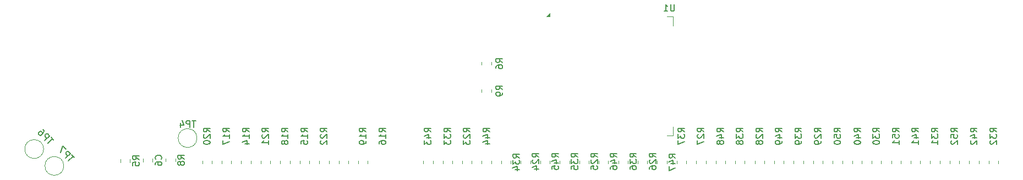
<source format=gbr>
%TF.GenerationSoftware,KiCad,Pcbnew,9.0.1*%
%TF.CreationDate,2025-06-18T18:38:46+02:00*%
%TF.ProjectId,open_g_db,6f70656e-5f67-45f6-9462-2e6b69636164,rev?*%
%TF.SameCoordinates,Original*%
%TF.FileFunction,Legend,Bot*%
%TF.FilePolarity,Positive*%
%FSLAX46Y46*%
G04 Gerber Fmt 4.6, Leading zero omitted, Abs format (unit mm)*
G04 Created by KiCad (PCBNEW 9.0.1) date 2025-06-18 18:38:46*
%MOMM*%
%LPD*%
G01*
G04 APERTURE LIST*
%ADD10C,0.150000*%
%ADD11C,0.120000*%
G04 APERTURE END LIST*
D10*
X198454819Y-80357142D02*
X197978628Y-80023809D01*
X198454819Y-79785714D02*
X197454819Y-79785714D01*
X197454819Y-79785714D02*
X197454819Y-80166666D01*
X197454819Y-80166666D02*
X197502438Y-80261904D01*
X197502438Y-80261904D02*
X197550057Y-80309523D01*
X197550057Y-80309523D02*
X197645295Y-80357142D01*
X197645295Y-80357142D02*
X197788152Y-80357142D01*
X197788152Y-80357142D02*
X197883390Y-80309523D01*
X197883390Y-80309523D02*
X197931009Y-80261904D01*
X197931009Y-80261904D02*
X197978628Y-80166666D01*
X197978628Y-80166666D02*
X197978628Y-79785714D01*
X197454819Y-81261904D02*
X197454819Y-80785714D01*
X197454819Y-80785714D02*
X197931009Y-80738095D01*
X197931009Y-80738095D02*
X197883390Y-80785714D01*
X197883390Y-80785714D02*
X197835771Y-80880952D01*
X197835771Y-80880952D02*
X197835771Y-81119047D01*
X197835771Y-81119047D02*
X197883390Y-81214285D01*
X197883390Y-81214285D02*
X197931009Y-81261904D01*
X197931009Y-81261904D02*
X198026247Y-81309523D01*
X198026247Y-81309523D02*
X198264342Y-81309523D01*
X198264342Y-81309523D02*
X198359580Y-81261904D01*
X198359580Y-81261904D02*
X198407200Y-81214285D01*
X198407200Y-81214285D02*
X198454819Y-81119047D01*
X198454819Y-81119047D02*
X198454819Y-80880952D01*
X198454819Y-80880952D02*
X198407200Y-80785714D01*
X198407200Y-80785714D02*
X198359580Y-80738095D01*
X198454819Y-82261904D02*
X198454819Y-81690476D01*
X198454819Y-81976190D02*
X197454819Y-81976190D01*
X197454819Y-81976190D02*
X197597676Y-81880952D01*
X197597676Y-81880952D02*
X197692914Y-81785714D01*
X197692914Y-81785714D02*
X197740533Y-81690476D01*
X90261904Y-78606819D02*
X89690476Y-78606819D01*
X89976190Y-79606819D02*
X89976190Y-78606819D01*
X89357142Y-79606819D02*
X89357142Y-78606819D01*
X89357142Y-78606819D02*
X88976190Y-78606819D01*
X88976190Y-78606819D02*
X88880952Y-78654438D01*
X88880952Y-78654438D02*
X88833333Y-78702057D01*
X88833333Y-78702057D02*
X88785714Y-78797295D01*
X88785714Y-78797295D02*
X88785714Y-78940152D01*
X88785714Y-78940152D02*
X88833333Y-79035390D01*
X88833333Y-79035390D02*
X88880952Y-79083009D01*
X88880952Y-79083009D02*
X88976190Y-79130628D01*
X88976190Y-79130628D02*
X89357142Y-79130628D01*
X87928571Y-78940152D02*
X87928571Y-79606819D01*
X88166666Y-78559200D02*
X88404761Y-79273485D01*
X88404761Y-79273485D02*
X87785714Y-79273485D01*
X110454819Y-80357142D02*
X109978628Y-80023809D01*
X110454819Y-79785714D02*
X109454819Y-79785714D01*
X109454819Y-79785714D02*
X109454819Y-80166666D01*
X109454819Y-80166666D02*
X109502438Y-80261904D01*
X109502438Y-80261904D02*
X109550057Y-80309523D01*
X109550057Y-80309523D02*
X109645295Y-80357142D01*
X109645295Y-80357142D02*
X109788152Y-80357142D01*
X109788152Y-80357142D02*
X109883390Y-80309523D01*
X109883390Y-80309523D02*
X109931009Y-80261904D01*
X109931009Y-80261904D02*
X109978628Y-80166666D01*
X109978628Y-80166666D02*
X109978628Y-79785714D01*
X109550057Y-80738095D02*
X109502438Y-80785714D01*
X109502438Y-80785714D02*
X109454819Y-80880952D01*
X109454819Y-80880952D02*
X109454819Y-81119047D01*
X109454819Y-81119047D02*
X109502438Y-81214285D01*
X109502438Y-81214285D02*
X109550057Y-81261904D01*
X109550057Y-81261904D02*
X109645295Y-81309523D01*
X109645295Y-81309523D02*
X109740533Y-81309523D01*
X109740533Y-81309523D02*
X109883390Y-81261904D01*
X109883390Y-81261904D02*
X110454819Y-80690476D01*
X110454819Y-80690476D02*
X110454819Y-81309523D01*
X109550057Y-81690476D02*
X109502438Y-81738095D01*
X109502438Y-81738095D02*
X109454819Y-81833333D01*
X109454819Y-81833333D02*
X109454819Y-82071428D01*
X109454819Y-82071428D02*
X109502438Y-82166666D01*
X109502438Y-82166666D02*
X109550057Y-82214285D01*
X109550057Y-82214285D02*
X109645295Y-82261904D01*
X109645295Y-82261904D02*
X109740533Y-82261904D01*
X109740533Y-82261904D02*
X109883390Y-82214285D01*
X109883390Y-82214285D02*
X110454819Y-81642857D01*
X110454819Y-81642857D02*
X110454819Y-82261904D01*
X171454819Y-80357142D02*
X170978628Y-80023809D01*
X171454819Y-79785714D02*
X170454819Y-79785714D01*
X170454819Y-79785714D02*
X170454819Y-80166666D01*
X170454819Y-80166666D02*
X170502438Y-80261904D01*
X170502438Y-80261904D02*
X170550057Y-80309523D01*
X170550057Y-80309523D02*
X170645295Y-80357142D01*
X170645295Y-80357142D02*
X170788152Y-80357142D01*
X170788152Y-80357142D02*
X170883390Y-80309523D01*
X170883390Y-80309523D02*
X170931009Y-80261904D01*
X170931009Y-80261904D02*
X170978628Y-80166666D01*
X170978628Y-80166666D02*
X170978628Y-79785714D01*
X170788152Y-81214285D02*
X171454819Y-81214285D01*
X170407200Y-80976190D02*
X171121485Y-80738095D01*
X171121485Y-80738095D02*
X171121485Y-81357142D01*
X170883390Y-81880952D02*
X170835771Y-81785714D01*
X170835771Y-81785714D02*
X170788152Y-81738095D01*
X170788152Y-81738095D02*
X170692914Y-81690476D01*
X170692914Y-81690476D02*
X170645295Y-81690476D01*
X170645295Y-81690476D02*
X170550057Y-81738095D01*
X170550057Y-81738095D02*
X170502438Y-81785714D01*
X170502438Y-81785714D02*
X170454819Y-81880952D01*
X170454819Y-81880952D02*
X170454819Y-82071428D01*
X170454819Y-82071428D02*
X170502438Y-82166666D01*
X170502438Y-82166666D02*
X170550057Y-82214285D01*
X170550057Y-82214285D02*
X170645295Y-82261904D01*
X170645295Y-82261904D02*
X170692914Y-82261904D01*
X170692914Y-82261904D02*
X170788152Y-82214285D01*
X170788152Y-82214285D02*
X170835771Y-82166666D01*
X170835771Y-82166666D02*
X170883390Y-82071428D01*
X170883390Y-82071428D02*
X170883390Y-81880952D01*
X170883390Y-81880952D02*
X170931009Y-81785714D01*
X170931009Y-81785714D02*
X170978628Y-81738095D01*
X170978628Y-81738095D02*
X171073866Y-81690476D01*
X171073866Y-81690476D02*
X171264342Y-81690476D01*
X171264342Y-81690476D02*
X171359580Y-81738095D01*
X171359580Y-81738095D02*
X171407200Y-81785714D01*
X171407200Y-81785714D02*
X171454819Y-81880952D01*
X171454819Y-81880952D02*
X171454819Y-82071428D01*
X171454819Y-82071428D02*
X171407200Y-82166666D01*
X171407200Y-82166666D02*
X171359580Y-82214285D01*
X171359580Y-82214285D02*
X171264342Y-82261904D01*
X171264342Y-82261904D02*
X171073866Y-82261904D01*
X171073866Y-82261904D02*
X170978628Y-82214285D01*
X170978628Y-82214285D02*
X170931009Y-82166666D01*
X170931009Y-82166666D02*
X170883390Y-82071428D01*
X213454819Y-80357142D02*
X212978628Y-80023809D01*
X213454819Y-79785714D02*
X212454819Y-79785714D01*
X212454819Y-79785714D02*
X212454819Y-80166666D01*
X212454819Y-80166666D02*
X212502438Y-80261904D01*
X212502438Y-80261904D02*
X212550057Y-80309523D01*
X212550057Y-80309523D02*
X212645295Y-80357142D01*
X212645295Y-80357142D02*
X212788152Y-80357142D01*
X212788152Y-80357142D02*
X212883390Y-80309523D01*
X212883390Y-80309523D02*
X212931009Y-80261904D01*
X212931009Y-80261904D02*
X212978628Y-80166666D01*
X212978628Y-80166666D02*
X212978628Y-79785714D01*
X212454819Y-80690476D02*
X212454819Y-81309523D01*
X212454819Y-81309523D02*
X212835771Y-80976190D01*
X212835771Y-80976190D02*
X212835771Y-81119047D01*
X212835771Y-81119047D02*
X212883390Y-81214285D01*
X212883390Y-81214285D02*
X212931009Y-81261904D01*
X212931009Y-81261904D02*
X213026247Y-81309523D01*
X213026247Y-81309523D02*
X213264342Y-81309523D01*
X213264342Y-81309523D02*
X213359580Y-81261904D01*
X213359580Y-81261904D02*
X213407200Y-81214285D01*
X213407200Y-81214285D02*
X213454819Y-81119047D01*
X213454819Y-81119047D02*
X213454819Y-80833333D01*
X213454819Y-80833333D02*
X213407200Y-80738095D01*
X213407200Y-80738095D02*
X213359580Y-80690476D01*
X212550057Y-81690476D02*
X212502438Y-81738095D01*
X212502438Y-81738095D02*
X212454819Y-81833333D01*
X212454819Y-81833333D02*
X212454819Y-82071428D01*
X212454819Y-82071428D02*
X212502438Y-82166666D01*
X212502438Y-82166666D02*
X212550057Y-82214285D01*
X212550057Y-82214285D02*
X212645295Y-82261904D01*
X212645295Y-82261904D02*
X212740533Y-82261904D01*
X212740533Y-82261904D02*
X212883390Y-82214285D01*
X212883390Y-82214285D02*
X213454819Y-81642857D01*
X213454819Y-81642857D02*
X213454819Y-82261904D01*
X81554819Y-84633333D02*
X81078628Y-84300000D01*
X81554819Y-84061905D02*
X80554819Y-84061905D01*
X80554819Y-84061905D02*
X80554819Y-84442857D01*
X80554819Y-84442857D02*
X80602438Y-84538095D01*
X80602438Y-84538095D02*
X80650057Y-84585714D01*
X80650057Y-84585714D02*
X80745295Y-84633333D01*
X80745295Y-84633333D02*
X80888152Y-84633333D01*
X80888152Y-84633333D02*
X80983390Y-84585714D01*
X80983390Y-84585714D02*
X81031009Y-84538095D01*
X81031009Y-84538095D02*
X81078628Y-84442857D01*
X81078628Y-84442857D02*
X81078628Y-84061905D01*
X80554819Y-85538095D02*
X80554819Y-85061905D01*
X80554819Y-85061905D02*
X81031009Y-85014286D01*
X81031009Y-85014286D02*
X80983390Y-85061905D01*
X80983390Y-85061905D02*
X80935771Y-85157143D01*
X80935771Y-85157143D02*
X80935771Y-85395238D01*
X80935771Y-85395238D02*
X80983390Y-85490476D01*
X80983390Y-85490476D02*
X81031009Y-85538095D01*
X81031009Y-85538095D02*
X81126247Y-85585714D01*
X81126247Y-85585714D02*
X81364342Y-85585714D01*
X81364342Y-85585714D02*
X81459580Y-85538095D01*
X81459580Y-85538095D02*
X81507200Y-85490476D01*
X81507200Y-85490476D02*
X81554819Y-85395238D01*
X81554819Y-85395238D02*
X81554819Y-85157143D01*
X81554819Y-85157143D02*
X81507200Y-85061905D01*
X81507200Y-85061905D02*
X81459580Y-85014286D01*
X84939579Y-84570833D02*
X84987199Y-84523214D01*
X84987199Y-84523214D02*
X85034818Y-84380357D01*
X85034818Y-84380357D02*
X85034818Y-84285119D01*
X85034818Y-84285119D02*
X84987199Y-84142262D01*
X84987199Y-84142262D02*
X84891960Y-84047024D01*
X84891960Y-84047024D02*
X84796722Y-83999405D01*
X84796722Y-83999405D02*
X84606246Y-83951786D01*
X84606246Y-83951786D02*
X84463389Y-83951786D01*
X84463389Y-83951786D02*
X84272913Y-83999405D01*
X84272913Y-83999405D02*
X84177675Y-84047024D01*
X84177675Y-84047024D02*
X84082437Y-84142262D01*
X84082437Y-84142262D02*
X84034818Y-84285119D01*
X84034818Y-84285119D02*
X84034818Y-84380357D01*
X84034818Y-84380357D02*
X84082437Y-84523214D01*
X84082437Y-84523214D02*
X84130056Y-84570833D01*
X84034818Y-85427976D02*
X84034818Y-85237500D01*
X84034818Y-85237500D02*
X84082437Y-85142262D01*
X84082437Y-85142262D02*
X84130056Y-85094643D01*
X84130056Y-85094643D02*
X84272913Y-84999405D01*
X84272913Y-84999405D02*
X84463389Y-84951786D01*
X84463389Y-84951786D02*
X84844341Y-84951786D01*
X84844341Y-84951786D02*
X84939579Y-84999405D01*
X84939579Y-84999405D02*
X84987199Y-85047024D01*
X84987199Y-85047024D02*
X85034818Y-85142262D01*
X85034818Y-85142262D02*
X85034818Y-85332738D01*
X85034818Y-85332738D02*
X84987199Y-85427976D01*
X84987199Y-85427976D02*
X84939579Y-85475595D01*
X84939579Y-85475595D02*
X84844341Y-85523214D01*
X84844341Y-85523214D02*
X84606246Y-85523214D01*
X84606246Y-85523214D02*
X84511008Y-85475595D01*
X84511008Y-85475595D02*
X84463389Y-85427976D01*
X84463389Y-85427976D02*
X84415770Y-85332738D01*
X84415770Y-85332738D02*
X84415770Y-85142262D01*
X84415770Y-85142262D02*
X84463389Y-85047024D01*
X84463389Y-85047024D02*
X84511008Y-84999405D01*
X84511008Y-84999405D02*
X84606246Y-84951786D01*
X137454820Y-73833333D02*
X136978629Y-73500000D01*
X137454820Y-73261905D02*
X136454820Y-73261905D01*
X136454820Y-73261905D02*
X136454820Y-73642857D01*
X136454820Y-73642857D02*
X136502439Y-73738095D01*
X136502439Y-73738095D02*
X136550058Y-73785714D01*
X136550058Y-73785714D02*
X136645296Y-73833333D01*
X136645296Y-73833333D02*
X136788153Y-73833333D01*
X136788153Y-73833333D02*
X136883391Y-73785714D01*
X136883391Y-73785714D02*
X136931010Y-73738095D01*
X136931010Y-73738095D02*
X136978629Y-73642857D01*
X136978629Y-73642857D02*
X136978629Y-73261905D01*
X137454820Y-74309524D02*
X137454820Y-74500000D01*
X137454820Y-74500000D02*
X137407201Y-74595238D01*
X137407201Y-74595238D02*
X137359581Y-74642857D01*
X137359581Y-74642857D02*
X137216724Y-74738095D01*
X137216724Y-74738095D02*
X137026248Y-74785714D01*
X137026248Y-74785714D02*
X136645296Y-74785714D01*
X136645296Y-74785714D02*
X136550058Y-74738095D01*
X136550058Y-74738095D02*
X136502439Y-74690476D01*
X136502439Y-74690476D02*
X136454820Y-74595238D01*
X136454820Y-74595238D02*
X136454820Y-74404762D01*
X136454820Y-74404762D02*
X136502439Y-74309524D01*
X136502439Y-74309524D02*
X136550058Y-74261905D01*
X136550058Y-74261905D02*
X136645296Y-74214286D01*
X136645296Y-74214286D02*
X136883391Y-74214286D01*
X136883391Y-74214286D02*
X136978629Y-74261905D01*
X136978629Y-74261905D02*
X137026248Y-74309524D01*
X137026248Y-74309524D02*
X137073867Y-74404762D01*
X137073867Y-74404762D02*
X137073867Y-74595238D01*
X137073867Y-74595238D02*
X137026248Y-74690476D01*
X137026248Y-74690476D02*
X136978629Y-74738095D01*
X136978629Y-74738095D02*
X136883391Y-74785714D01*
X101454819Y-80357142D02*
X100978628Y-80023809D01*
X101454819Y-79785714D02*
X100454819Y-79785714D01*
X100454819Y-79785714D02*
X100454819Y-80166666D01*
X100454819Y-80166666D02*
X100502438Y-80261904D01*
X100502438Y-80261904D02*
X100550057Y-80309523D01*
X100550057Y-80309523D02*
X100645295Y-80357142D01*
X100645295Y-80357142D02*
X100788152Y-80357142D01*
X100788152Y-80357142D02*
X100883390Y-80309523D01*
X100883390Y-80309523D02*
X100931009Y-80261904D01*
X100931009Y-80261904D02*
X100978628Y-80166666D01*
X100978628Y-80166666D02*
X100978628Y-79785714D01*
X100550057Y-80738095D02*
X100502438Y-80785714D01*
X100502438Y-80785714D02*
X100454819Y-80880952D01*
X100454819Y-80880952D02*
X100454819Y-81119047D01*
X100454819Y-81119047D02*
X100502438Y-81214285D01*
X100502438Y-81214285D02*
X100550057Y-81261904D01*
X100550057Y-81261904D02*
X100645295Y-81309523D01*
X100645295Y-81309523D02*
X100740533Y-81309523D01*
X100740533Y-81309523D02*
X100883390Y-81261904D01*
X100883390Y-81261904D02*
X101454819Y-80690476D01*
X101454819Y-80690476D02*
X101454819Y-81309523D01*
X101454819Y-82261904D02*
X101454819Y-81690476D01*
X101454819Y-81976190D02*
X100454819Y-81976190D01*
X100454819Y-81976190D02*
X100597676Y-81880952D01*
X100597676Y-81880952D02*
X100692914Y-81785714D01*
X100692914Y-81785714D02*
X100740533Y-81690476D01*
X137454820Y-69633333D02*
X136978629Y-69300000D01*
X137454820Y-69061905D02*
X136454820Y-69061905D01*
X136454820Y-69061905D02*
X136454820Y-69442857D01*
X136454820Y-69442857D02*
X136502439Y-69538095D01*
X136502439Y-69538095D02*
X136550058Y-69585714D01*
X136550058Y-69585714D02*
X136645296Y-69633333D01*
X136645296Y-69633333D02*
X136788153Y-69633333D01*
X136788153Y-69633333D02*
X136883391Y-69585714D01*
X136883391Y-69585714D02*
X136931010Y-69538095D01*
X136931010Y-69538095D02*
X136978629Y-69442857D01*
X136978629Y-69442857D02*
X136978629Y-69061905D01*
X136454820Y-70490476D02*
X136454820Y-70300000D01*
X136454820Y-70300000D02*
X136502439Y-70204762D01*
X136502439Y-70204762D02*
X136550058Y-70157143D01*
X136550058Y-70157143D02*
X136692915Y-70061905D01*
X136692915Y-70061905D02*
X136883391Y-70014286D01*
X136883391Y-70014286D02*
X137264343Y-70014286D01*
X137264343Y-70014286D02*
X137359581Y-70061905D01*
X137359581Y-70061905D02*
X137407201Y-70109524D01*
X137407201Y-70109524D02*
X137454820Y-70204762D01*
X137454820Y-70204762D02*
X137454820Y-70395238D01*
X137454820Y-70395238D02*
X137407201Y-70490476D01*
X137407201Y-70490476D02*
X137359581Y-70538095D01*
X137359581Y-70538095D02*
X137264343Y-70585714D01*
X137264343Y-70585714D02*
X137026248Y-70585714D01*
X137026248Y-70585714D02*
X136931010Y-70538095D01*
X136931010Y-70538095D02*
X136883391Y-70490476D01*
X136883391Y-70490476D02*
X136835772Y-70395238D01*
X136835772Y-70395238D02*
X136835772Y-70204762D01*
X136835772Y-70204762D02*
X136883391Y-70109524D01*
X136883391Y-70109524D02*
X136931010Y-70061905D01*
X136931010Y-70061905D02*
X137026248Y-70014286D01*
X192554819Y-80357142D02*
X192078628Y-80023809D01*
X192554819Y-79785714D02*
X191554819Y-79785714D01*
X191554819Y-79785714D02*
X191554819Y-80166666D01*
X191554819Y-80166666D02*
X191602438Y-80261904D01*
X191602438Y-80261904D02*
X191650057Y-80309523D01*
X191650057Y-80309523D02*
X191745295Y-80357142D01*
X191745295Y-80357142D02*
X191888152Y-80357142D01*
X191888152Y-80357142D02*
X191983390Y-80309523D01*
X191983390Y-80309523D02*
X192031009Y-80261904D01*
X192031009Y-80261904D02*
X192078628Y-80166666D01*
X192078628Y-80166666D02*
X192078628Y-79785714D01*
X191888152Y-81214285D02*
X192554819Y-81214285D01*
X191507200Y-80976190D02*
X192221485Y-80738095D01*
X192221485Y-80738095D02*
X192221485Y-81357142D01*
X191554819Y-81928571D02*
X191554819Y-82023809D01*
X191554819Y-82023809D02*
X191602438Y-82119047D01*
X191602438Y-82119047D02*
X191650057Y-82166666D01*
X191650057Y-82166666D02*
X191745295Y-82214285D01*
X191745295Y-82214285D02*
X191935771Y-82261904D01*
X191935771Y-82261904D02*
X192173866Y-82261904D01*
X192173866Y-82261904D02*
X192364342Y-82214285D01*
X192364342Y-82214285D02*
X192459580Y-82166666D01*
X192459580Y-82166666D02*
X192507200Y-82119047D01*
X192507200Y-82119047D02*
X192554819Y-82023809D01*
X192554819Y-82023809D02*
X192554819Y-81928571D01*
X192554819Y-81928571D02*
X192507200Y-81833333D01*
X192507200Y-81833333D02*
X192459580Y-81785714D01*
X192459580Y-81785714D02*
X192364342Y-81738095D01*
X192364342Y-81738095D02*
X192173866Y-81690476D01*
X192173866Y-81690476D02*
X191935771Y-81690476D01*
X191935771Y-81690476D02*
X191745295Y-81738095D01*
X191745295Y-81738095D02*
X191650057Y-81785714D01*
X191650057Y-81785714D02*
X191602438Y-81833333D01*
X191602438Y-81833333D02*
X191554819Y-81928571D01*
X201454819Y-80357142D02*
X200978628Y-80023809D01*
X201454819Y-79785714D02*
X200454819Y-79785714D01*
X200454819Y-79785714D02*
X200454819Y-80166666D01*
X200454819Y-80166666D02*
X200502438Y-80261904D01*
X200502438Y-80261904D02*
X200550057Y-80309523D01*
X200550057Y-80309523D02*
X200645295Y-80357142D01*
X200645295Y-80357142D02*
X200788152Y-80357142D01*
X200788152Y-80357142D02*
X200883390Y-80309523D01*
X200883390Y-80309523D02*
X200931009Y-80261904D01*
X200931009Y-80261904D02*
X200978628Y-80166666D01*
X200978628Y-80166666D02*
X200978628Y-79785714D01*
X200788152Y-81214285D02*
X201454819Y-81214285D01*
X200407200Y-80976190D02*
X201121485Y-80738095D01*
X201121485Y-80738095D02*
X201121485Y-81357142D01*
X201454819Y-82261904D02*
X201454819Y-81690476D01*
X201454819Y-81976190D02*
X200454819Y-81976190D01*
X200454819Y-81976190D02*
X200597676Y-81880952D01*
X200597676Y-81880952D02*
X200692914Y-81785714D01*
X200692914Y-81785714D02*
X200740533Y-81690476D01*
X149054819Y-84257142D02*
X148578628Y-83923809D01*
X149054819Y-83685714D02*
X148054819Y-83685714D01*
X148054819Y-83685714D02*
X148054819Y-84066666D01*
X148054819Y-84066666D02*
X148102438Y-84161904D01*
X148102438Y-84161904D02*
X148150057Y-84209523D01*
X148150057Y-84209523D02*
X148245295Y-84257142D01*
X148245295Y-84257142D02*
X148388152Y-84257142D01*
X148388152Y-84257142D02*
X148483390Y-84209523D01*
X148483390Y-84209523D02*
X148531009Y-84161904D01*
X148531009Y-84161904D02*
X148578628Y-84066666D01*
X148578628Y-84066666D02*
X148578628Y-83685714D01*
X148054819Y-84590476D02*
X148054819Y-85209523D01*
X148054819Y-85209523D02*
X148435771Y-84876190D01*
X148435771Y-84876190D02*
X148435771Y-85019047D01*
X148435771Y-85019047D02*
X148483390Y-85114285D01*
X148483390Y-85114285D02*
X148531009Y-85161904D01*
X148531009Y-85161904D02*
X148626247Y-85209523D01*
X148626247Y-85209523D02*
X148864342Y-85209523D01*
X148864342Y-85209523D02*
X148959580Y-85161904D01*
X148959580Y-85161904D02*
X149007200Y-85114285D01*
X149007200Y-85114285D02*
X149054819Y-85019047D01*
X149054819Y-85019047D02*
X149054819Y-84733333D01*
X149054819Y-84733333D02*
X149007200Y-84638095D01*
X149007200Y-84638095D02*
X148959580Y-84590476D01*
X148054819Y-86114285D02*
X148054819Y-85638095D01*
X148054819Y-85638095D02*
X148531009Y-85590476D01*
X148531009Y-85590476D02*
X148483390Y-85638095D01*
X148483390Y-85638095D02*
X148435771Y-85733333D01*
X148435771Y-85733333D02*
X148435771Y-85971428D01*
X148435771Y-85971428D02*
X148483390Y-86066666D01*
X148483390Y-86066666D02*
X148531009Y-86114285D01*
X148531009Y-86114285D02*
X148626247Y-86161904D01*
X148626247Y-86161904D02*
X148864342Y-86161904D01*
X148864342Y-86161904D02*
X148959580Y-86114285D01*
X148959580Y-86114285D02*
X149007200Y-86066666D01*
X149007200Y-86066666D02*
X149054819Y-85971428D01*
X149054819Y-85971428D02*
X149054819Y-85733333D01*
X149054819Y-85733333D02*
X149007200Y-85638095D01*
X149007200Y-85638095D02*
X148959580Y-85590476D01*
X180454819Y-80357142D02*
X179978628Y-80023809D01*
X180454819Y-79785714D02*
X179454819Y-79785714D01*
X179454819Y-79785714D02*
X179454819Y-80166666D01*
X179454819Y-80166666D02*
X179502438Y-80261904D01*
X179502438Y-80261904D02*
X179550057Y-80309523D01*
X179550057Y-80309523D02*
X179645295Y-80357142D01*
X179645295Y-80357142D02*
X179788152Y-80357142D01*
X179788152Y-80357142D02*
X179883390Y-80309523D01*
X179883390Y-80309523D02*
X179931009Y-80261904D01*
X179931009Y-80261904D02*
X179978628Y-80166666D01*
X179978628Y-80166666D02*
X179978628Y-79785714D01*
X179788152Y-81214285D02*
X180454819Y-81214285D01*
X179407200Y-80976190D02*
X180121485Y-80738095D01*
X180121485Y-80738095D02*
X180121485Y-81357142D01*
X180454819Y-81785714D02*
X180454819Y-81976190D01*
X180454819Y-81976190D02*
X180407200Y-82071428D01*
X180407200Y-82071428D02*
X180359580Y-82119047D01*
X180359580Y-82119047D02*
X180216723Y-82214285D01*
X180216723Y-82214285D02*
X180026247Y-82261904D01*
X180026247Y-82261904D02*
X179645295Y-82261904D01*
X179645295Y-82261904D02*
X179550057Y-82214285D01*
X179550057Y-82214285D02*
X179502438Y-82166666D01*
X179502438Y-82166666D02*
X179454819Y-82071428D01*
X179454819Y-82071428D02*
X179454819Y-81880952D01*
X179454819Y-81880952D02*
X179502438Y-81785714D01*
X179502438Y-81785714D02*
X179550057Y-81738095D01*
X179550057Y-81738095D02*
X179645295Y-81690476D01*
X179645295Y-81690476D02*
X179883390Y-81690476D01*
X179883390Y-81690476D02*
X179978628Y-81738095D01*
X179978628Y-81738095D02*
X180026247Y-81785714D01*
X180026247Y-81785714D02*
X180073866Y-81880952D01*
X180073866Y-81880952D02*
X180073866Y-82071428D01*
X180073866Y-82071428D02*
X180026247Y-82166666D01*
X180026247Y-82166666D02*
X179978628Y-82214285D01*
X179978628Y-82214285D02*
X179883390Y-82261904D01*
X152054819Y-84257142D02*
X151578628Y-83923809D01*
X152054819Y-83685714D02*
X151054819Y-83685714D01*
X151054819Y-83685714D02*
X151054819Y-84066666D01*
X151054819Y-84066666D02*
X151102438Y-84161904D01*
X151102438Y-84161904D02*
X151150057Y-84209523D01*
X151150057Y-84209523D02*
X151245295Y-84257142D01*
X151245295Y-84257142D02*
X151388152Y-84257142D01*
X151388152Y-84257142D02*
X151483390Y-84209523D01*
X151483390Y-84209523D02*
X151531009Y-84161904D01*
X151531009Y-84161904D02*
X151578628Y-84066666D01*
X151578628Y-84066666D02*
X151578628Y-83685714D01*
X151150057Y-84638095D02*
X151102438Y-84685714D01*
X151102438Y-84685714D02*
X151054819Y-84780952D01*
X151054819Y-84780952D02*
X151054819Y-85019047D01*
X151054819Y-85019047D02*
X151102438Y-85114285D01*
X151102438Y-85114285D02*
X151150057Y-85161904D01*
X151150057Y-85161904D02*
X151245295Y-85209523D01*
X151245295Y-85209523D02*
X151340533Y-85209523D01*
X151340533Y-85209523D02*
X151483390Y-85161904D01*
X151483390Y-85161904D02*
X152054819Y-84590476D01*
X152054819Y-84590476D02*
X152054819Y-85209523D01*
X151054819Y-86114285D02*
X151054819Y-85638095D01*
X151054819Y-85638095D02*
X151531009Y-85590476D01*
X151531009Y-85590476D02*
X151483390Y-85638095D01*
X151483390Y-85638095D02*
X151435771Y-85733333D01*
X151435771Y-85733333D02*
X151435771Y-85971428D01*
X151435771Y-85971428D02*
X151483390Y-86066666D01*
X151483390Y-86066666D02*
X151531009Y-86114285D01*
X151531009Y-86114285D02*
X151626247Y-86161904D01*
X151626247Y-86161904D02*
X151864342Y-86161904D01*
X151864342Y-86161904D02*
X151959580Y-86114285D01*
X151959580Y-86114285D02*
X152007200Y-86066666D01*
X152007200Y-86066666D02*
X152054819Y-85971428D01*
X152054819Y-85971428D02*
X152054819Y-85733333D01*
X152054819Y-85733333D02*
X152007200Y-85638095D01*
X152007200Y-85638095D02*
X151959580Y-85590476D01*
X210454819Y-80357142D02*
X209978628Y-80023809D01*
X210454819Y-79785714D02*
X209454819Y-79785714D01*
X209454819Y-79785714D02*
X209454819Y-80166666D01*
X209454819Y-80166666D02*
X209502438Y-80261904D01*
X209502438Y-80261904D02*
X209550057Y-80309523D01*
X209550057Y-80309523D02*
X209645295Y-80357142D01*
X209645295Y-80357142D02*
X209788152Y-80357142D01*
X209788152Y-80357142D02*
X209883390Y-80309523D01*
X209883390Y-80309523D02*
X209931009Y-80261904D01*
X209931009Y-80261904D02*
X209978628Y-80166666D01*
X209978628Y-80166666D02*
X209978628Y-79785714D01*
X209788152Y-81214285D02*
X210454819Y-81214285D01*
X209407200Y-80976190D02*
X210121485Y-80738095D01*
X210121485Y-80738095D02*
X210121485Y-81357142D01*
X209550057Y-81690476D02*
X209502438Y-81738095D01*
X209502438Y-81738095D02*
X209454819Y-81833333D01*
X209454819Y-81833333D02*
X209454819Y-82071428D01*
X209454819Y-82071428D02*
X209502438Y-82166666D01*
X209502438Y-82166666D02*
X209550057Y-82214285D01*
X209550057Y-82214285D02*
X209645295Y-82261904D01*
X209645295Y-82261904D02*
X209740533Y-82261904D01*
X209740533Y-82261904D02*
X209883390Y-82214285D01*
X209883390Y-82214285D02*
X210454819Y-81642857D01*
X210454819Y-81642857D02*
X210454819Y-82261904D01*
X174454819Y-80357142D02*
X173978628Y-80023809D01*
X174454819Y-79785714D02*
X173454819Y-79785714D01*
X173454819Y-79785714D02*
X173454819Y-80166666D01*
X173454819Y-80166666D02*
X173502438Y-80261904D01*
X173502438Y-80261904D02*
X173550057Y-80309523D01*
X173550057Y-80309523D02*
X173645295Y-80357142D01*
X173645295Y-80357142D02*
X173788152Y-80357142D01*
X173788152Y-80357142D02*
X173883390Y-80309523D01*
X173883390Y-80309523D02*
X173931009Y-80261904D01*
X173931009Y-80261904D02*
X173978628Y-80166666D01*
X173978628Y-80166666D02*
X173978628Y-79785714D01*
X173454819Y-80690476D02*
X173454819Y-81309523D01*
X173454819Y-81309523D02*
X173835771Y-80976190D01*
X173835771Y-80976190D02*
X173835771Y-81119047D01*
X173835771Y-81119047D02*
X173883390Y-81214285D01*
X173883390Y-81214285D02*
X173931009Y-81261904D01*
X173931009Y-81261904D02*
X174026247Y-81309523D01*
X174026247Y-81309523D02*
X174264342Y-81309523D01*
X174264342Y-81309523D02*
X174359580Y-81261904D01*
X174359580Y-81261904D02*
X174407200Y-81214285D01*
X174407200Y-81214285D02*
X174454819Y-81119047D01*
X174454819Y-81119047D02*
X174454819Y-80833333D01*
X174454819Y-80833333D02*
X174407200Y-80738095D01*
X174407200Y-80738095D02*
X174359580Y-80690476D01*
X173883390Y-81880952D02*
X173835771Y-81785714D01*
X173835771Y-81785714D02*
X173788152Y-81738095D01*
X173788152Y-81738095D02*
X173692914Y-81690476D01*
X173692914Y-81690476D02*
X173645295Y-81690476D01*
X173645295Y-81690476D02*
X173550057Y-81738095D01*
X173550057Y-81738095D02*
X173502438Y-81785714D01*
X173502438Y-81785714D02*
X173454819Y-81880952D01*
X173454819Y-81880952D02*
X173454819Y-82071428D01*
X173454819Y-82071428D02*
X173502438Y-82166666D01*
X173502438Y-82166666D02*
X173550057Y-82214285D01*
X173550057Y-82214285D02*
X173645295Y-82261904D01*
X173645295Y-82261904D02*
X173692914Y-82261904D01*
X173692914Y-82261904D02*
X173788152Y-82214285D01*
X173788152Y-82214285D02*
X173835771Y-82166666D01*
X173835771Y-82166666D02*
X173883390Y-82071428D01*
X173883390Y-82071428D02*
X173883390Y-81880952D01*
X173883390Y-81880952D02*
X173931009Y-81785714D01*
X173931009Y-81785714D02*
X173978628Y-81738095D01*
X173978628Y-81738095D02*
X174073866Y-81690476D01*
X174073866Y-81690476D02*
X174264342Y-81690476D01*
X174264342Y-81690476D02*
X174359580Y-81738095D01*
X174359580Y-81738095D02*
X174407200Y-81785714D01*
X174407200Y-81785714D02*
X174454819Y-81880952D01*
X174454819Y-81880952D02*
X174454819Y-82071428D01*
X174454819Y-82071428D02*
X174407200Y-82166666D01*
X174407200Y-82166666D02*
X174359580Y-82214285D01*
X174359580Y-82214285D02*
X174264342Y-82261904D01*
X174264342Y-82261904D02*
X174073866Y-82261904D01*
X174073866Y-82261904D02*
X173978628Y-82214285D01*
X173978628Y-82214285D02*
X173931009Y-82166666D01*
X173931009Y-82166666D02*
X173883390Y-82071428D01*
X135454819Y-80357142D02*
X134978628Y-80023809D01*
X135454819Y-79785714D02*
X134454819Y-79785714D01*
X134454819Y-79785714D02*
X134454819Y-80166666D01*
X134454819Y-80166666D02*
X134502438Y-80261904D01*
X134502438Y-80261904D02*
X134550057Y-80309523D01*
X134550057Y-80309523D02*
X134645295Y-80357142D01*
X134645295Y-80357142D02*
X134788152Y-80357142D01*
X134788152Y-80357142D02*
X134883390Y-80309523D01*
X134883390Y-80309523D02*
X134931009Y-80261904D01*
X134931009Y-80261904D02*
X134978628Y-80166666D01*
X134978628Y-80166666D02*
X134978628Y-79785714D01*
X134788152Y-81214285D02*
X135454819Y-81214285D01*
X134407200Y-80976190D02*
X135121485Y-80738095D01*
X135121485Y-80738095D02*
X135121485Y-81357142D01*
X134788152Y-82166666D02*
X135454819Y-82166666D01*
X134407200Y-81928571D02*
X135121485Y-81690476D01*
X135121485Y-81690476D02*
X135121485Y-82309523D01*
X207454819Y-80357142D02*
X206978628Y-80023809D01*
X207454819Y-79785714D02*
X206454819Y-79785714D01*
X206454819Y-79785714D02*
X206454819Y-80166666D01*
X206454819Y-80166666D02*
X206502438Y-80261904D01*
X206502438Y-80261904D02*
X206550057Y-80309523D01*
X206550057Y-80309523D02*
X206645295Y-80357142D01*
X206645295Y-80357142D02*
X206788152Y-80357142D01*
X206788152Y-80357142D02*
X206883390Y-80309523D01*
X206883390Y-80309523D02*
X206931009Y-80261904D01*
X206931009Y-80261904D02*
X206978628Y-80166666D01*
X206978628Y-80166666D02*
X206978628Y-79785714D01*
X206454819Y-81261904D02*
X206454819Y-80785714D01*
X206454819Y-80785714D02*
X206931009Y-80738095D01*
X206931009Y-80738095D02*
X206883390Y-80785714D01*
X206883390Y-80785714D02*
X206835771Y-80880952D01*
X206835771Y-80880952D02*
X206835771Y-81119047D01*
X206835771Y-81119047D02*
X206883390Y-81214285D01*
X206883390Y-81214285D02*
X206931009Y-81261904D01*
X206931009Y-81261904D02*
X207026247Y-81309523D01*
X207026247Y-81309523D02*
X207264342Y-81309523D01*
X207264342Y-81309523D02*
X207359580Y-81261904D01*
X207359580Y-81261904D02*
X207407200Y-81214285D01*
X207407200Y-81214285D02*
X207454819Y-81119047D01*
X207454819Y-81119047D02*
X207454819Y-80880952D01*
X207454819Y-80880952D02*
X207407200Y-80785714D01*
X207407200Y-80785714D02*
X207359580Y-80738095D01*
X206550057Y-81690476D02*
X206502438Y-81738095D01*
X206502438Y-81738095D02*
X206454819Y-81833333D01*
X206454819Y-81833333D02*
X206454819Y-82071428D01*
X206454819Y-82071428D02*
X206502438Y-82166666D01*
X206502438Y-82166666D02*
X206550057Y-82214285D01*
X206550057Y-82214285D02*
X206645295Y-82261904D01*
X206645295Y-82261904D02*
X206740533Y-82261904D01*
X206740533Y-82261904D02*
X206883390Y-82214285D01*
X206883390Y-82214285D02*
X207454819Y-81642857D01*
X207454819Y-81642857D02*
X207454819Y-82261904D01*
X88504819Y-84533333D02*
X88028628Y-84200000D01*
X88504819Y-83961905D02*
X87504819Y-83961905D01*
X87504819Y-83961905D02*
X87504819Y-84342857D01*
X87504819Y-84342857D02*
X87552438Y-84438095D01*
X87552438Y-84438095D02*
X87600057Y-84485714D01*
X87600057Y-84485714D02*
X87695295Y-84533333D01*
X87695295Y-84533333D02*
X87838152Y-84533333D01*
X87838152Y-84533333D02*
X87933390Y-84485714D01*
X87933390Y-84485714D02*
X87981009Y-84438095D01*
X87981009Y-84438095D02*
X88028628Y-84342857D01*
X88028628Y-84342857D02*
X88028628Y-83961905D01*
X87933390Y-85104762D02*
X87885771Y-85009524D01*
X87885771Y-85009524D02*
X87838152Y-84961905D01*
X87838152Y-84961905D02*
X87742914Y-84914286D01*
X87742914Y-84914286D02*
X87695295Y-84914286D01*
X87695295Y-84914286D02*
X87600057Y-84961905D01*
X87600057Y-84961905D02*
X87552438Y-85009524D01*
X87552438Y-85009524D02*
X87504819Y-85104762D01*
X87504819Y-85104762D02*
X87504819Y-85295238D01*
X87504819Y-85295238D02*
X87552438Y-85390476D01*
X87552438Y-85390476D02*
X87600057Y-85438095D01*
X87600057Y-85438095D02*
X87695295Y-85485714D01*
X87695295Y-85485714D02*
X87742914Y-85485714D01*
X87742914Y-85485714D02*
X87838152Y-85438095D01*
X87838152Y-85438095D02*
X87885771Y-85390476D01*
X87885771Y-85390476D02*
X87933390Y-85295238D01*
X87933390Y-85295238D02*
X87933390Y-85104762D01*
X87933390Y-85104762D02*
X87981009Y-85009524D01*
X87981009Y-85009524D02*
X88028628Y-84961905D01*
X88028628Y-84961905D02*
X88123866Y-84914286D01*
X88123866Y-84914286D02*
X88314342Y-84914286D01*
X88314342Y-84914286D02*
X88409580Y-84961905D01*
X88409580Y-84961905D02*
X88457200Y-85009524D01*
X88457200Y-85009524D02*
X88504819Y-85104762D01*
X88504819Y-85104762D02*
X88504819Y-85295238D01*
X88504819Y-85295238D02*
X88457200Y-85390476D01*
X88457200Y-85390476D02*
X88409580Y-85438095D01*
X88409580Y-85438095D02*
X88314342Y-85485714D01*
X88314342Y-85485714D02*
X88123866Y-85485714D01*
X88123866Y-85485714D02*
X88028628Y-85438095D01*
X88028628Y-85438095D02*
X87981009Y-85390476D01*
X87981009Y-85390476D02*
X87933390Y-85295238D01*
X126454819Y-80357142D02*
X125978628Y-80023809D01*
X126454819Y-79785714D02*
X125454819Y-79785714D01*
X125454819Y-79785714D02*
X125454819Y-80166666D01*
X125454819Y-80166666D02*
X125502438Y-80261904D01*
X125502438Y-80261904D02*
X125550057Y-80309523D01*
X125550057Y-80309523D02*
X125645295Y-80357142D01*
X125645295Y-80357142D02*
X125788152Y-80357142D01*
X125788152Y-80357142D02*
X125883390Y-80309523D01*
X125883390Y-80309523D02*
X125931009Y-80261904D01*
X125931009Y-80261904D02*
X125978628Y-80166666D01*
X125978628Y-80166666D02*
X125978628Y-79785714D01*
X125788152Y-81214285D02*
X126454819Y-81214285D01*
X125407200Y-80976190D02*
X126121485Y-80738095D01*
X126121485Y-80738095D02*
X126121485Y-81357142D01*
X125454819Y-81642857D02*
X125454819Y-82261904D01*
X125454819Y-82261904D02*
X125835771Y-81928571D01*
X125835771Y-81928571D02*
X125835771Y-82071428D01*
X125835771Y-82071428D02*
X125883390Y-82166666D01*
X125883390Y-82166666D02*
X125931009Y-82214285D01*
X125931009Y-82214285D02*
X126026247Y-82261904D01*
X126026247Y-82261904D02*
X126264342Y-82261904D01*
X126264342Y-82261904D02*
X126359580Y-82214285D01*
X126359580Y-82214285D02*
X126407200Y-82166666D01*
X126407200Y-82166666D02*
X126454819Y-82071428D01*
X126454819Y-82071428D02*
X126454819Y-81785714D01*
X126454819Y-81785714D02*
X126407200Y-81690476D01*
X126407200Y-81690476D02*
X126359580Y-81642857D01*
X116454819Y-80357142D02*
X115978628Y-80023809D01*
X116454819Y-79785714D02*
X115454819Y-79785714D01*
X115454819Y-79785714D02*
X115454819Y-80166666D01*
X115454819Y-80166666D02*
X115502438Y-80261904D01*
X115502438Y-80261904D02*
X115550057Y-80309523D01*
X115550057Y-80309523D02*
X115645295Y-80357142D01*
X115645295Y-80357142D02*
X115788152Y-80357142D01*
X115788152Y-80357142D02*
X115883390Y-80309523D01*
X115883390Y-80309523D02*
X115931009Y-80261904D01*
X115931009Y-80261904D02*
X115978628Y-80166666D01*
X115978628Y-80166666D02*
X115978628Y-79785714D01*
X116454819Y-81309523D02*
X116454819Y-80738095D01*
X116454819Y-81023809D02*
X115454819Y-81023809D01*
X115454819Y-81023809D02*
X115597676Y-80928571D01*
X115597676Y-80928571D02*
X115692914Y-80833333D01*
X115692914Y-80833333D02*
X115740533Y-80738095D01*
X116454819Y-81785714D02*
X116454819Y-81976190D01*
X116454819Y-81976190D02*
X116407200Y-82071428D01*
X116407200Y-82071428D02*
X116359580Y-82119047D01*
X116359580Y-82119047D02*
X116216723Y-82214285D01*
X116216723Y-82214285D02*
X116026247Y-82261904D01*
X116026247Y-82261904D02*
X115645295Y-82261904D01*
X115645295Y-82261904D02*
X115550057Y-82214285D01*
X115550057Y-82214285D02*
X115502438Y-82166666D01*
X115502438Y-82166666D02*
X115454819Y-82071428D01*
X115454819Y-82071428D02*
X115454819Y-81880952D01*
X115454819Y-81880952D02*
X115502438Y-81785714D01*
X115502438Y-81785714D02*
X115550057Y-81738095D01*
X115550057Y-81738095D02*
X115645295Y-81690476D01*
X115645295Y-81690476D02*
X115883390Y-81690476D01*
X115883390Y-81690476D02*
X115978628Y-81738095D01*
X115978628Y-81738095D02*
X116026247Y-81785714D01*
X116026247Y-81785714D02*
X116073866Y-81880952D01*
X116073866Y-81880952D02*
X116073866Y-82071428D01*
X116073866Y-82071428D02*
X116026247Y-82166666D01*
X116026247Y-82166666D02*
X115978628Y-82214285D01*
X115978628Y-82214285D02*
X115883390Y-82261904D01*
X143054819Y-84257142D02*
X142578628Y-83923809D01*
X143054819Y-83685714D02*
X142054819Y-83685714D01*
X142054819Y-83685714D02*
X142054819Y-84066666D01*
X142054819Y-84066666D02*
X142102438Y-84161904D01*
X142102438Y-84161904D02*
X142150057Y-84209523D01*
X142150057Y-84209523D02*
X142245295Y-84257142D01*
X142245295Y-84257142D02*
X142388152Y-84257142D01*
X142388152Y-84257142D02*
X142483390Y-84209523D01*
X142483390Y-84209523D02*
X142531009Y-84161904D01*
X142531009Y-84161904D02*
X142578628Y-84066666D01*
X142578628Y-84066666D02*
X142578628Y-83685714D01*
X142150057Y-84638095D02*
X142102438Y-84685714D01*
X142102438Y-84685714D02*
X142054819Y-84780952D01*
X142054819Y-84780952D02*
X142054819Y-85019047D01*
X142054819Y-85019047D02*
X142102438Y-85114285D01*
X142102438Y-85114285D02*
X142150057Y-85161904D01*
X142150057Y-85161904D02*
X142245295Y-85209523D01*
X142245295Y-85209523D02*
X142340533Y-85209523D01*
X142340533Y-85209523D02*
X142483390Y-85161904D01*
X142483390Y-85161904D02*
X143054819Y-84590476D01*
X143054819Y-84590476D02*
X143054819Y-85209523D01*
X142388152Y-86066666D02*
X143054819Y-86066666D01*
X142007200Y-85828571D02*
X142721485Y-85590476D01*
X142721485Y-85590476D02*
X142721485Y-86209523D01*
X168454819Y-80357142D02*
X167978628Y-80023809D01*
X168454819Y-79785714D02*
X167454819Y-79785714D01*
X167454819Y-79785714D02*
X167454819Y-80166666D01*
X167454819Y-80166666D02*
X167502438Y-80261904D01*
X167502438Y-80261904D02*
X167550057Y-80309523D01*
X167550057Y-80309523D02*
X167645295Y-80357142D01*
X167645295Y-80357142D02*
X167788152Y-80357142D01*
X167788152Y-80357142D02*
X167883390Y-80309523D01*
X167883390Y-80309523D02*
X167931009Y-80261904D01*
X167931009Y-80261904D02*
X167978628Y-80166666D01*
X167978628Y-80166666D02*
X167978628Y-79785714D01*
X167550057Y-80738095D02*
X167502438Y-80785714D01*
X167502438Y-80785714D02*
X167454819Y-80880952D01*
X167454819Y-80880952D02*
X167454819Y-81119047D01*
X167454819Y-81119047D02*
X167502438Y-81214285D01*
X167502438Y-81214285D02*
X167550057Y-81261904D01*
X167550057Y-81261904D02*
X167645295Y-81309523D01*
X167645295Y-81309523D02*
X167740533Y-81309523D01*
X167740533Y-81309523D02*
X167883390Y-81261904D01*
X167883390Y-81261904D02*
X168454819Y-80690476D01*
X168454819Y-80690476D02*
X168454819Y-81309523D01*
X167454819Y-81642857D02*
X167454819Y-82309523D01*
X167454819Y-82309523D02*
X168454819Y-81880952D01*
X92454819Y-80357142D02*
X91978628Y-80023809D01*
X92454819Y-79785714D02*
X91454819Y-79785714D01*
X91454819Y-79785714D02*
X91454819Y-80166666D01*
X91454819Y-80166666D02*
X91502438Y-80261904D01*
X91502438Y-80261904D02*
X91550057Y-80309523D01*
X91550057Y-80309523D02*
X91645295Y-80357142D01*
X91645295Y-80357142D02*
X91788152Y-80357142D01*
X91788152Y-80357142D02*
X91883390Y-80309523D01*
X91883390Y-80309523D02*
X91931009Y-80261904D01*
X91931009Y-80261904D02*
X91978628Y-80166666D01*
X91978628Y-80166666D02*
X91978628Y-79785714D01*
X91550057Y-80738095D02*
X91502438Y-80785714D01*
X91502438Y-80785714D02*
X91454819Y-80880952D01*
X91454819Y-80880952D02*
X91454819Y-81119047D01*
X91454819Y-81119047D02*
X91502438Y-81214285D01*
X91502438Y-81214285D02*
X91550057Y-81261904D01*
X91550057Y-81261904D02*
X91645295Y-81309523D01*
X91645295Y-81309523D02*
X91740533Y-81309523D01*
X91740533Y-81309523D02*
X91883390Y-81261904D01*
X91883390Y-81261904D02*
X92454819Y-80690476D01*
X92454819Y-80690476D02*
X92454819Y-81309523D01*
X91454819Y-81928571D02*
X91454819Y-82023809D01*
X91454819Y-82023809D02*
X91502438Y-82119047D01*
X91502438Y-82119047D02*
X91550057Y-82166666D01*
X91550057Y-82166666D02*
X91645295Y-82214285D01*
X91645295Y-82214285D02*
X91835771Y-82261904D01*
X91835771Y-82261904D02*
X92073866Y-82261904D01*
X92073866Y-82261904D02*
X92264342Y-82214285D01*
X92264342Y-82214285D02*
X92359580Y-82166666D01*
X92359580Y-82166666D02*
X92407200Y-82119047D01*
X92407200Y-82119047D02*
X92454819Y-82023809D01*
X92454819Y-82023809D02*
X92454819Y-81928571D01*
X92454819Y-81928571D02*
X92407200Y-81833333D01*
X92407200Y-81833333D02*
X92359580Y-81785714D01*
X92359580Y-81785714D02*
X92264342Y-81738095D01*
X92264342Y-81738095D02*
X92073866Y-81690476D01*
X92073866Y-81690476D02*
X91835771Y-81690476D01*
X91835771Y-81690476D02*
X91645295Y-81738095D01*
X91645295Y-81738095D02*
X91550057Y-81785714D01*
X91550057Y-81785714D02*
X91502438Y-81833333D01*
X91502438Y-81833333D02*
X91454819Y-81928571D01*
X119454819Y-80357142D02*
X118978628Y-80023809D01*
X119454819Y-79785714D02*
X118454819Y-79785714D01*
X118454819Y-79785714D02*
X118454819Y-80166666D01*
X118454819Y-80166666D02*
X118502438Y-80261904D01*
X118502438Y-80261904D02*
X118550057Y-80309523D01*
X118550057Y-80309523D02*
X118645295Y-80357142D01*
X118645295Y-80357142D02*
X118788152Y-80357142D01*
X118788152Y-80357142D02*
X118883390Y-80309523D01*
X118883390Y-80309523D02*
X118931009Y-80261904D01*
X118931009Y-80261904D02*
X118978628Y-80166666D01*
X118978628Y-80166666D02*
X118978628Y-79785714D01*
X119454819Y-81309523D02*
X119454819Y-80738095D01*
X119454819Y-81023809D02*
X118454819Y-81023809D01*
X118454819Y-81023809D02*
X118597676Y-80928571D01*
X118597676Y-80928571D02*
X118692914Y-80833333D01*
X118692914Y-80833333D02*
X118740533Y-80738095D01*
X118454819Y-82166666D02*
X118454819Y-81976190D01*
X118454819Y-81976190D02*
X118502438Y-81880952D01*
X118502438Y-81880952D02*
X118550057Y-81833333D01*
X118550057Y-81833333D02*
X118692914Y-81738095D01*
X118692914Y-81738095D02*
X118883390Y-81690476D01*
X118883390Y-81690476D02*
X119264342Y-81690476D01*
X119264342Y-81690476D02*
X119359580Y-81738095D01*
X119359580Y-81738095D02*
X119407200Y-81785714D01*
X119407200Y-81785714D02*
X119454819Y-81880952D01*
X119454819Y-81880952D02*
X119454819Y-82071428D01*
X119454819Y-82071428D02*
X119407200Y-82166666D01*
X119407200Y-82166666D02*
X119359580Y-82214285D01*
X119359580Y-82214285D02*
X119264342Y-82261904D01*
X119264342Y-82261904D02*
X119026247Y-82261904D01*
X119026247Y-82261904D02*
X118931009Y-82214285D01*
X118931009Y-82214285D02*
X118883390Y-82166666D01*
X118883390Y-82166666D02*
X118835771Y-82071428D01*
X118835771Y-82071428D02*
X118835771Y-81880952D01*
X118835771Y-81880952D02*
X118883390Y-81785714D01*
X118883390Y-81785714D02*
X118931009Y-81738095D01*
X118931009Y-81738095D02*
X119026247Y-81690476D01*
X195454819Y-80357142D02*
X194978628Y-80023809D01*
X195454819Y-79785714D02*
X194454819Y-79785714D01*
X194454819Y-79785714D02*
X194454819Y-80166666D01*
X194454819Y-80166666D02*
X194502438Y-80261904D01*
X194502438Y-80261904D02*
X194550057Y-80309523D01*
X194550057Y-80309523D02*
X194645295Y-80357142D01*
X194645295Y-80357142D02*
X194788152Y-80357142D01*
X194788152Y-80357142D02*
X194883390Y-80309523D01*
X194883390Y-80309523D02*
X194931009Y-80261904D01*
X194931009Y-80261904D02*
X194978628Y-80166666D01*
X194978628Y-80166666D02*
X194978628Y-79785714D01*
X194454819Y-80690476D02*
X194454819Y-81309523D01*
X194454819Y-81309523D02*
X194835771Y-80976190D01*
X194835771Y-80976190D02*
X194835771Y-81119047D01*
X194835771Y-81119047D02*
X194883390Y-81214285D01*
X194883390Y-81214285D02*
X194931009Y-81261904D01*
X194931009Y-81261904D02*
X195026247Y-81309523D01*
X195026247Y-81309523D02*
X195264342Y-81309523D01*
X195264342Y-81309523D02*
X195359580Y-81261904D01*
X195359580Y-81261904D02*
X195407200Y-81214285D01*
X195407200Y-81214285D02*
X195454819Y-81119047D01*
X195454819Y-81119047D02*
X195454819Y-80833333D01*
X195454819Y-80833333D02*
X195407200Y-80738095D01*
X195407200Y-80738095D02*
X195359580Y-80690476D01*
X194454819Y-81928571D02*
X194454819Y-82023809D01*
X194454819Y-82023809D02*
X194502438Y-82119047D01*
X194502438Y-82119047D02*
X194550057Y-82166666D01*
X194550057Y-82166666D02*
X194645295Y-82214285D01*
X194645295Y-82214285D02*
X194835771Y-82261904D01*
X194835771Y-82261904D02*
X195073866Y-82261904D01*
X195073866Y-82261904D02*
X195264342Y-82214285D01*
X195264342Y-82214285D02*
X195359580Y-82166666D01*
X195359580Y-82166666D02*
X195407200Y-82119047D01*
X195407200Y-82119047D02*
X195454819Y-82023809D01*
X195454819Y-82023809D02*
X195454819Y-81928571D01*
X195454819Y-81928571D02*
X195407200Y-81833333D01*
X195407200Y-81833333D02*
X195359580Y-81785714D01*
X195359580Y-81785714D02*
X195264342Y-81738095D01*
X195264342Y-81738095D02*
X195073866Y-81690476D01*
X195073866Y-81690476D02*
X194835771Y-81690476D01*
X194835771Y-81690476D02*
X194645295Y-81738095D01*
X194645295Y-81738095D02*
X194550057Y-81785714D01*
X194550057Y-81785714D02*
X194502438Y-81833333D01*
X194502438Y-81833333D02*
X194454819Y-81928571D01*
X107454819Y-80357142D02*
X106978628Y-80023809D01*
X107454819Y-79785714D02*
X106454819Y-79785714D01*
X106454819Y-79785714D02*
X106454819Y-80166666D01*
X106454819Y-80166666D02*
X106502438Y-80261904D01*
X106502438Y-80261904D02*
X106550057Y-80309523D01*
X106550057Y-80309523D02*
X106645295Y-80357142D01*
X106645295Y-80357142D02*
X106788152Y-80357142D01*
X106788152Y-80357142D02*
X106883390Y-80309523D01*
X106883390Y-80309523D02*
X106931009Y-80261904D01*
X106931009Y-80261904D02*
X106978628Y-80166666D01*
X106978628Y-80166666D02*
X106978628Y-79785714D01*
X107454819Y-81309523D02*
X107454819Y-80738095D01*
X107454819Y-81023809D02*
X106454819Y-81023809D01*
X106454819Y-81023809D02*
X106597676Y-80928571D01*
X106597676Y-80928571D02*
X106692914Y-80833333D01*
X106692914Y-80833333D02*
X106740533Y-80738095D01*
X106454819Y-82214285D02*
X106454819Y-81738095D01*
X106454819Y-81738095D02*
X106931009Y-81690476D01*
X106931009Y-81690476D02*
X106883390Y-81738095D01*
X106883390Y-81738095D02*
X106835771Y-81833333D01*
X106835771Y-81833333D02*
X106835771Y-82071428D01*
X106835771Y-82071428D02*
X106883390Y-82166666D01*
X106883390Y-82166666D02*
X106931009Y-82214285D01*
X106931009Y-82214285D02*
X107026247Y-82261904D01*
X107026247Y-82261904D02*
X107264342Y-82261904D01*
X107264342Y-82261904D02*
X107359580Y-82214285D01*
X107359580Y-82214285D02*
X107407200Y-82166666D01*
X107407200Y-82166666D02*
X107454819Y-82071428D01*
X107454819Y-82071428D02*
X107454819Y-81833333D01*
X107454819Y-81833333D02*
X107407200Y-81738095D01*
X107407200Y-81738095D02*
X107359580Y-81690476D01*
X98454819Y-80357142D02*
X97978628Y-80023809D01*
X98454819Y-79785714D02*
X97454819Y-79785714D01*
X97454819Y-79785714D02*
X97454819Y-80166666D01*
X97454819Y-80166666D02*
X97502438Y-80261904D01*
X97502438Y-80261904D02*
X97550057Y-80309523D01*
X97550057Y-80309523D02*
X97645295Y-80357142D01*
X97645295Y-80357142D02*
X97788152Y-80357142D01*
X97788152Y-80357142D02*
X97883390Y-80309523D01*
X97883390Y-80309523D02*
X97931009Y-80261904D01*
X97931009Y-80261904D02*
X97978628Y-80166666D01*
X97978628Y-80166666D02*
X97978628Y-79785714D01*
X98454819Y-81309523D02*
X98454819Y-80738095D01*
X98454819Y-81023809D02*
X97454819Y-81023809D01*
X97454819Y-81023809D02*
X97597676Y-80928571D01*
X97597676Y-80928571D02*
X97692914Y-80833333D01*
X97692914Y-80833333D02*
X97740533Y-80738095D01*
X97788152Y-82166666D02*
X98454819Y-82166666D01*
X97407200Y-81928571D02*
X98121485Y-81690476D01*
X98121485Y-81690476D02*
X98121485Y-82309523D01*
X204454819Y-80357142D02*
X203978628Y-80023809D01*
X204454819Y-79785714D02*
X203454819Y-79785714D01*
X203454819Y-79785714D02*
X203454819Y-80166666D01*
X203454819Y-80166666D02*
X203502438Y-80261904D01*
X203502438Y-80261904D02*
X203550057Y-80309523D01*
X203550057Y-80309523D02*
X203645295Y-80357142D01*
X203645295Y-80357142D02*
X203788152Y-80357142D01*
X203788152Y-80357142D02*
X203883390Y-80309523D01*
X203883390Y-80309523D02*
X203931009Y-80261904D01*
X203931009Y-80261904D02*
X203978628Y-80166666D01*
X203978628Y-80166666D02*
X203978628Y-79785714D01*
X203454819Y-80690476D02*
X203454819Y-81309523D01*
X203454819Y-81309523D02*
X203835771Y-80976190D01*
X203835771Y-80976190D02*
X203835771Y-81119047D01*
X203835771Y-81119047D02*
X203883390Y-81214285D01*
X203883390Y-81214285D02*
X203931009Y-81261904D01*
X203931009Y-81261904D02*
X204026247Y-81309523D01*
X204026247Y-81309523D02*
X204264342Y-81309523D01*
X204264342Y-81309523D02*
X204359580Y-81261904D01*
X204359580Y-81261904D02*
X204407200Y-81214285D01*
X204407200Y-81214285D02*
X204454819Y-81119047D01*
X204454819Y-81119047D02*
X204454819Y-80833333D01*
X204454819Y-80833333D02*
X204407200Y-80738095D01*
X204407200Y-80738095D02*
X204359580Y-80690476D01*
X204454819Y-82261904D02*
X204454819Y-81690476D01*
X204454819Y-81976190D02*
X203454819Y-81976190D01*
X203454819Y-81976190D02*
X203597676Y-81880952D01*
X203597676Y-81880952D02*
X203692914Y-81785714D01*
X203692914Y-81785714D02*
X203740533Y-81690476D01*
X129454819Y-80357142D02*
X128978628Y-80023809D01*
X129454819Y-79785714D02*
X128454819Y-79785714D01*
X128454819Y-79785714D02*
X128454819Y-80166666D01*
X128454819Y-80166666D02*
X128502438Y-80261904D01*
X128502438Y-80261904D02*
X128550057Y-80309523D01*
X128550057Y-80309523D02*
X128645295Y-80357142D01*
X128645295Y-80357142D02*
X128788152Y-80357142D01*
X128788152Y-80357142D02*
X128883390Y-80309523D01*
X128883390Y-80309523D02*
X128931009Y-80261904D01*
X128931009Y-80261904D02*
X128978628Y-80166666D01*
X128978628Y-80166666D02*
X128978628Y-79785714D01*
X128454819Y-80690476D02*
X128454819Y-81309523D01*
X128454819Y-81309523D02*
X128835771Y-80976190D01*
X128835771Y-80976190D02*
X128835771Y-81119047D01*
X128835771Y-81119047D02*
X128883390Y-81214285D01*
X128883390Y-81214285D02*
X128931009Y-81261904D01*
X128931009Y-81261904D02*
X129026247Y-81309523D01*
X129026247Y-81309523D02*
X129264342Y-81309523D01*
X129264342Y-81309523D02*
X129359580Y-81261904D01*
X129359580Y-81261904D02*
X129407200Y-81214285D01*
X129407200Y-81214285D02*
X129454819Y-81119047D01*
X129454819Y-81119047D02*
X129454819Y-80833333D01*
X129454819Y-80833333D02*
X129407200Y-80738095D01*
X129407200Y-80738095D02*
X129359580Y-80690476D01*
X128454819Y-81642857D02*
X128454819Y-82261904D01*
X128454819Y-82261904D02*
X128835771Y-81928571D01*
X128835771Y-81928571D02*
X128835771Y-82071428D01*
X128835771Y-82071428D02*
X128883390Y-82166666D01*
X128883390Y-82166666D02*
X128931009Y-82214285D01*
X128931009Y-82214285D02*
X129026247Y-82261904D01*
X129026247Y-82261904D02*
X129264342Y-82261904D01*
X129264342Y-82261904D02*
X129359580Y-82214285D01*
X129359580Y-82214285D02*
X129407200Y-82166666D01*
X129407200Y-82166666D02*
X129454819Y-82071428D01*
X129454819Y-82071428D02*
X129454819Y-81785714D01*
X129454819Y-81785714D02*
X129407200Y-81690476D01*
X129407200Y-81690476D02*
X129359580Y-81642857D01*
X163883220Y-60704819D02*
X163883220Y-61514342D01*
X163883220Y-61514342D02*
X163835601Y-61609580D01*
X163835601Y-61609580D02*
X163787982Y-61657200D01*
X163787982Y-61657200D02*
X163692744Y-61704819D01*
X163692744Y-61704819D02*
X163502268Y-61704819D01*
X163502268Y-61704819D02*
X163407030Y-61657200D01*
X163407030Y-61657200D02*
X163359411Y-61609580D01*
X163359411Y-61609580D02*
X163311792Y-61514342D01*
X163311792Y-61514342D02*
X163311792Y-60704819D01*
X162311792Y-61704819D02*
X162883220Y-61704819D01*
X162597506Y-61704819D02*
X162597506Y-60704819D01*
X162597506Y-60704819D02*
X162692744Y-60847676D01*
X162692744Y-60847676D02*
X162787982Y-60942914D01*
X162787982Y-60942914D02*
X162883220Y-60990533D01*
X183454819Y-80357142D02*
X182978628Y-80023809D01*
X183454819Y-79785714D02*
X182454819Y-79785714D01*
X182454819Y-79785714D02*
X182454819Y-80166666D01*
X182454819Y-80166666D02*
X182502438Y-80261904D01*
X182502438Y-80261904D02*
X182550057Y-80309523D01*
X182550057Y-80309523D02*
X182645295Y-80357142D01*
X182645295Y-80357142D02*
X182788152Y-80357142D01*
X182788152Y-80357142D02*
X182883390Y-80309523D01*
X182883390Y-80309523D02*
X182931009Y-80261904D01*
X182931009Y-80261904D02*
X182978628Y-80166666D01*
X182978628Y-80166666D02*
X182978628Y-79785714D01*
X182454819Y-80690476D02*
X182454819Y-81309523D01*
X182454819Y-81309523D02*
X182835771Y-80976190D01*
X182835771Y-80976190D02*
X182835771Y-81119047D01*
X182835771Y-81119047D02*
X182883390Y-81214285D01*
X182883390Y-81214285D02*
X182931009Y-81261904D01*
X182931009Y-81261904D02*
X183026247Y-81309523D01*
X183026247Y-81309523D02*
X183264342Y-81309523D01*
X183264342Y-81309523D02*
X183359580Y-81261904D01*
X183359580Y-81261904D02*
X183407200Y-81214285D01*
X183407200Y-81214285D02*
X183454819Y-81119047D01*
X183454819Y-81119047D02*
X183454819Y-80833333D01*
X183454819Y-80833333D02*
X183407200Y-80738095D01*
X183407200Y-80738095D02*
X183359580Y-80690476D01*
X183454819Y-81785714D02*
X183454819Y-81976190D01*
X183454819Y-81976190D02*
X183407200Y-82071428D01*
X183407200Y-82071428D02*
X183359580Y-82119047D01*
X183359580Y-82119047D02*
X183216723Y-82214285D01*
X183216723Y-82214285D02*
X183026247Y-82261904D01*
X183026247Y-82261904D02*
X182645295Y-82261904D01*
X182645295Y-82261904D02*
X182550057Y-82214285D01*
X182550057Y-82214285D02*
X182502438Y-82166666D01*
X182502438Y-82166666D02*
X182454819Y-82071428D01*
X182454819Y-82071428D02*
X182454819Y-81880952D01*
X182454819Y-81880952D02*
X182502438Y-81785714D01*
X182502438Y-81785714D02*
X182550057Y-81738095D01*
X182550057Y-81738095D02*
X182645295Y-81690476D01*
X182645295Y-81690476D02*
X182883390Y-81690476D01*
X182883390Y-81690476D02*
X182978628Y-81738095D01*
X182978628Y-81738095D02*
X183026247Y-81785714D01*
X183026247Y-81785714D02*
X183073866Y-81880952D01*
X183073866Y-81880952D02*
X183073866Y-82071428D01*
X183073866Y-82071428D02*
X183026247Y-82166666D01*
X183026247Y-82166666D02*
X182978628Y-82214285D01*
X182978628Y-82214285D02*
X182883390Y-82261904D01*
X146054819Y-84257142D02*
X145578628Y-83923809D01*
X146054819Y-83685714D02*
X145054819Y-83685714D01*
X145054819Y-83685714D02*
X145054819Y-84066666D01*
X145054819Y-84066666D02*
X145102438Y-84161904D01*
X145102438Y-84161904D02*
X145150057Y-84209523D01*
X145150057Y-84209523D02*
X145245295Y-84257142D01*
X145245295Y-84257142D02*
X145388152Y-84257142D01*
X145388152Y-84257142D02*
X145483390Y-84209523D01*
X145483390Y-84209523D02*
X145531009Y-84161904D01*
X145531009Y-84161904D02*
X145578628Y-84066666D01*
X145578628Y-84066666D02*
X145578628Y-83685714D01*
X145388152Y-85114285D02*
X146054819Y-85114285D01*
X145007200Y-84876190D02*
X145721485Y-84638095D01*
X145721485Y-84638095D02*
X145721485Y-85257142D01*
X145054819Y-86114285D02*
X145054819Y-85638095D01*
X145054819Y-85638095D02*
X145531009Y-85590476D01*
X145531009Y-85590476D02*
X145483390Y-85638095D01*
X145483390Y-85638095D02*
X145435771Y-85733333D01*
X145435771Y-85733333D02*
X145435771Y-85971428D01*
X145435771Y-85971428D02*
X145483390Y-86066666D01*
X145483390Y-86066666D02*
X145531009Y-86114285D01*
X145531009Y-86114285D02*
X145626247Y-86161904D01*
X145626247Y-86161904D02*
X145864342Y-86161904D01*
X145864342Y-86161904D02*
X145959580Y-86114285D01*
X145959580Y-86114285D02*
X146007200Y-86066666D01*
X146007200Y-86066666D02*
X146054819Y-85971428D01*
X146054819Y-85971428D02*
X146054819Y-85733333D01*
X146054819Y-85733333D02*
X146007200Y-85638095D01*
X146007200Y-85638095D02*
X145959580Y-85590476D01*
X189454819Y-80357142D02*
X188978628Y-80023809D01*
X189454819Y-79785714D02*
X188454819Y-79785714D01*
X188454819Y-79785714D02*
X188454819Y-80166666D01*
X188454819Y-80166666D02*
X188502438Y-80261904D01*
X188502438Y-80261904D02*
X188550057Y-80309523D01*
X188550057Y-80309523D02*
X188645295Y-80357142D01*
X188645295Y-80357142D02*
X188788152Y-80357142D01*
X188788152Y-80357142D02*
X188883390Y-80309523D01*
X188883390Y-80309523D02*
X188931009Y-80261904D01*
X188931009Y-80261904D02*
X188978628Y-80166666D01*
X188978628Y-80166666D02*
X188978628Y-79785714D01*
X188454819Y-81261904D02*
X188454819Y-80785714D01*
X188454819Y-80785714D02*
X188931009Y-80738095D01*
X188931009Y-80738095D02*
X188883390Y-80785714D01*
X188883390Y-80785714D02*
X188835771Y-80880952D01*
X188835771Y-80880952D02*
X188835771Y-81119047D01*
X188835771Y-81119047D02*
X188883390Y-81214285D01*
X188883390Y-81214285D02*
X188931009Y-81261904D01*
X188931009Y-81261904D02*
X189026247Y-81309523D01*
X189026247Y-81309523D02*
X189264342Y-81309523D01*
X189264342Y-81309523D02*
X189359580Y-81261904D01*
X189359580Y-81261904D02*
X189407200Y-81214285D01*
X189407200Y-81214285D02*
X189454819Y-81119047D01*
X189454819Y-81119047D02*
X189454819Y-80880952D01*
X189454819Y-80880952D02*
X189407200Y-80785714D01*
X189407200Y-80785714D02*
X189359580Y-80738095D01*
X188454819Y-81928571D02*
X188454819Y-82023809D01*
X188454819Y-82023809D02*
X188502438Y-82119047D01*
X188502438Y-82119047D02*
X188550057Y-82166666D01*
X188550057Y-82166666D02*
X188645295Y-82214285D01*
X188645295Y-82214285D02*
X188835771Y-82261904D01*
X188835771Y-82261904D02*
X189073866Y-82261904D01*
X189073866Y-82261904D02*
X189264342Y-82214285D01*
X189264342Y-82214285D02*
X189359580Y-82166666D01*
X189359580Y-82166666D02*
X189407200Y-82119047D01*
X189407200Y-82119047D02*
X189454819Y-82023809D01*
X189454819Y-82023809D02*
X189454819Y-81928571D01*
X189454819Y-81928571D02*
X189407200Y-81833333D01*
X189407200Y-81833333D02*
X189359580Y-81785714D01*
X189359580Y-81785714D02*
X189264342Y-81738095D01*
X189264342Y-81738095D02*
X189073866Y-81690476D01*
X189073866Y-81690476D02*
X188835771Y-81690476D01*
X188835771Y-81690476D02*
X188645295Y-81738095D01*
X188645295Y-81738095D02*
X188550057Y-81785714D01*
X188550057Y-81785714D02*
X188502438Y-81833333D01*
X188502438Y-81833333D02*
X188454819Y-81928571D01*
X186454819Y-80357142D02*
X185978628Y-80023809D01*
X186454819Y-79785714D02*
X185454819Y-79785714D01*
X185454819Y-79785714D02*
X185454819Y-80166666D01*
X185454819Y-80166666D02*
X185502438Y-80261904D01*
X185502438Y-80261904D02*
X185550057Y-80309523D01*
X185550057Y-80309523D02*
X185645295Y-80357142D01*
X185645295Y-80357142D02*
X185788152Y-80357142D01*
X185788152Y-80357142D02*
X185883390Y-80309523D01*
X185883390Y-80309523D02*
X185931009Y-80261904D01*
X185931009Y-80261904D02*
X185978628Y-80166666D01*
X185978628Y-80166666D02*
X185978628Y-79785714D01*
X185550057Y-80738095D02*
X185502438Y-80785714D01*
X185502438Y-80785714D02*
X185454819Y-80880952D01*
X185454819Y-80880952D02*
X185454819Y-81119047D01*
X185454819Y-81119047D02*
X185502438Y-81214285D01*
X185502438Y-81214285D02*
X185550057Y-81261904D01*
X185550057Y-81261904D02*
X185645295Y-81309523D01*
X185645295Y-81309523D02*
X185740533Y-81309523D01*
X185740533Y-81309523D02*
X185883390Y-81261904D01*
X185883390Y-81261904D02*
X186454819Y-80690476D01*
X186454819Y-80690476D02*
X186454819Y-81309523D01*
X186454819Y-81785714D02*
X186454819Y-81976190D01*
X186454819Y-81976190D02*
X186407200Y-82071428D01*
X186407200Y-82071428D02*
X186359580Y-82119047D01*
X186359580Y-82119047D02*
X186216723Y-82214285D01*
X186216723Y-82214285D02*
X186026247Y-82261904D01*
X186026247Y-82261904D02*
X185645295Y-82261904D01*
X185645295Y-82261904D02*
X185550057Y-82214285D01*
X185550057Y-82214285D02*
X185502438Y-82166666D01*
X185502438Y-82166666D02*
X185454819Y-82071428D01*
X185454819Y-82071428D02*
X185454819Y-81880952D01*
X185454819Y-81880952D02*
X185502438Y-81785714D01*
X185502438Y-81785714D02*
X185550057Y-81738095D01*
X185550057Y-81738095D02*
X185645295Y-81690476D01*
X185645295Y-81690476D02*
X185883390Y-81690476D01*
X185883390Y-81690476D02*
X185978628Y-81738095D01*
X185978628Y-81738095D02*
X186026247Y-81785714D01*
X186026247Y-81785714D02*
X186073866Y-81880952D01*
X186073866Y-81880952D02*
X186073866Y-82071428D01*
X186073866Y-82071428D02*
X186026247Y-82166666D01*
X186026247Y-82166666D02*
X185978628Y-82214285D01*
X185978628Y-82214285D02*
X185883390Y-82261904D01*
X140054819Y-84357142D02*
X139578628Y-84023809D01*
X140054819Y-83785714D02*
X139054819Y-83785714D01*
X139054819Y-83785714D02*
X139054819Y-84166666D01*
X139054819Y-84166666D02*
X139102438Y-84261904D01*
X139102438Y-84261904D02*
X139150057Y-84309523D01*
X139150057Y-84309523D02*
X139245295Y-84357142D01*
X139245295Y-84357142D02*
X139388152Y-84357142D01*
X139388152Y-84357142D02*
X139483390Y-84309523D01*
X139483390Y-84309523D02*
X139531009Y-84261904D01*
X139531009Y-84261904D02*
X139578628Y-84166666D01*
X139578628Y-84166666D02*
X139578628Y-83785714D01*
X139054819Y-84690476D02*
X139054819Y-85309523D01*
X139054819Y-85309523D02*
X139435771Y-84976190D01*
X139435771Y-84976190D02*
X139435771Y-85119047D01*
X139435771Y-85119047D02*
X139483390Y-85214285D01*
X139483390Y-85214285D02*
X139531009Y-85261904D01*
X139531009Y-85261904D02*
X139626247Y-85309523D01*
X139626247Y-85309523D02*
X139864342Y-85309523D01*
X139864342Y-85309523D02*
X139959580Y-85261904D01*
X139959580Y-85261904D02*
X140007200Y-85214285D01*
X140007200Y-85214285D02*
X140054819Y-85119047D01*
X140054819Y-85119047D02*
X140054819Y-84833333D01*
X140054819Y-84833333D02*
X140007200Y-84738095D01*
X140007200Y-84738095D02*
X139959580Y-84690476D01*
X139388152Y-86166666D02*
X140054819Y-86166666D01*
X139007200Y-85928571D02*
X139721485Y-85690476D01*
X139721485Y-85690476D02*
X139721485Y-86309523D01*
X161054819Y-84257142D02*
X160578628Y-83923809D01*
X161054819Y-83685714D02*
X160054819Y-83685714D01*
X160054819Y-83685714D02*
X160054819Y-84066666D01*
X160054819Y-84066666D02*
X160102438Y-84161904D01*
X160102438Y-84161904D02*
X160150057Y-84209523D01*
X160150057Y-84209523D02*
X160245295Y-84257142D01*
X160245295Y-84257142D02*
X160388152Y-84257142D01*
X160388152Y-84257142D02*
X160483390Y-84209523D01*
X160483390Y-84209523D02*
X160531009Y-84161904D01*
X160531009Y-84161904D02*
X160578628Y-84066666D01*
X160578628Y-84066666D02*
X160578628Y-83685714D01*
X160150057Y-84638095D02*
X160102438Y-84685714D01*
X160102438Y-84685714D02*
X160054819Y-84780952D01*
X160054819Y-84780952D02*
X160054819Y-85019047D01*
X160054819Y-85019047D02*
X160102438Y-85114285D01*
X160102438Y-85114285D02*
X160150057Y-85161904D01*
X160150057Y-85161904D02*
X160245295Y-85209523D01*
X160245295Y-85209523D02*
X160340533Y-85209523D01*
X160340533Y-85209523D02*
X160483390Y-85161904D01*
X160483390Y-85161904D02*
X161054819Y-84590476D01*
X161054819Y-84590476D02*
X161054819Y-85209523D01*
X160054819Y-86066666D02*
X160054819Y-85876190D01*
X160054819Y-85876190D02*
X160102438Y-85780952D01*
X160102438Y-85780952D02*
X160150057Y-85733333D01*
X160150057Y-85733333D02*
X160292914Y-85638095D01*
X160292914Y-85638095D02*
X160483390Y-85590476D01*
X160483390Y-85590476D02*
X160864342Y-85590476D01*
X160864342Y-85590476D02*
X160959580Y-85638095D01*
X160959580Y-85638095D02*
X161007200Y-85685714D01*
X161007200Y-85685714D02*
X161054819Y-85780952D01*
X161054819Y-85780952D02*
X161054819Y-85971428D01*
X161054819Y-85971428D02*
X161007200Y-86066666D01*
X161007200Y-86066666D02*
X160959580Y-86114285D01*
X160959580Y-86114285D02*
X160864342Y-86161904D01*
X160864342Y-86161904D02*
X160626247Y-86161904D01*
X160626247Y-86161904D02*
X160531009Y-86114285D01*
X160531009Y-86114285D02*
X160483390Y-86066666D01*
X160483390Y-86066666D02*
X160435771Y-85971428D01*
X160435771Y-85971428D02*
X160435771Y-85780952D01*
X160435771Y-85780952D02*
X160483390Y-85685714D01*
X160483390Y-85685714D02*
X160531009Y-85638095D01*
X160531009Y-85638095D02*
X160626247Y-85590476D01*
X177454819Y-80357142D02*
X176978628Y-80023809D01*
X177454819Y-79785714D02*
X176454819Y-79785714D01*
X176454819Y-79785714D02*
X176454819Y-80166666D01*
X176454819Y-80166666D02*
X176502438Y-80261904D01*
X176502438Y-80261904D02*
X176550057Y-80309523D01*
X176550057Y-80309523D02*
X176645295Y-80357142D01*
X176645295Y-80357142D02*
X176788152Y-80357142D01*
X176788152Y-80357142D02*
X176883390Y-80309523D01*
X176883390Y-80309523D02*
X176931009Y-80261904D01*
X176931009Y-80261904D02*
X176978628Y-80166666D01*
X176978628Y-80166666D02*
X176978628Y-79785714D01*
X176550057Y-80738095D02*
X176502438Y-80785714D01*
X176502438Y-80785714D02*
X176454819Y-80880952D01*
X176454819Y-80880952D02*
X176454819Y-81119047D01*
X176454819Y-81119047D02*
X176502438Y-81214285D01*
X176502438Y-81214285D02*
X176550057Y-81261904D01*
X176550057Y-81261904D02*
X176645295Y-81309523D01*
X176645295Y-81309523D02*
X176740533Y-81309523D01*
X176740533Y-81309523D02*
X176883390Y-81261904D01*
X176883390Y-81261904D02*
X177454819Y-80690476D01*
X177454819Y-80690476D02*
X177454819Y-81309523D01*
X176883390Y-81880952D02*
X176835771Y-81785714D01*
X176835771Y-81785714D02*
X176788152Y-81738095D01*
X176788152Y-81738095D02*
X176692914Y-81690476D01*
X176692914Y-81690476D02*
X176645295Y-81690476D01*
X176645295Y-81690476D02*
X176550057Y-81738095D01*
X176550057Y-81738095D02*
X176502438Y-81785714D01*
X176502438Y-81785714D02*
X176454819Y-81880952D01*
X176454819Y-81880952D02*
X176454819Y-82071428D01*
X176454819Y-82071428D02*
X176502438Y-82166666D01*
X176502438Y-82166666D02*
X176550057Y-82214285D01*
X176550057Y-82214285D02*
X176645295Y-82261904D01*
X176645295Y-82261904D02*
X176692914Y-82261904D01*
X176692914Y-82261904D02*
X176788152Y-82214285D01*
X176788152Y-82214285D02*
X176835771Y-82166666D01*
X176835771Y-82166666D02*
X176883390Y-82071428D01*
X176883390Y-82071428D02*
X176883390Y-81880952D01*
X176883390Y-81880952D02*
X176931009Y-81785714D01*
X176931009Y-81785714D02*
X176978628Y-81738095D01*
X176978628Y-81738095D02*
X177073866Y-81690476D01*
X177073866Y-81690476D02*
X177264342Y-81690476D01*
X177264342Y-81690476D02*
X177359580Y-81738095D01*
X177359580Y-81738095D02*
X177407200Y-81785714D01*
X177407200Y-81785714D02*
X177454819Y-81880952D01*
X177454819Y-81880952D02*
X177454819Y-82071428D01*
X177454819Y-82071428D02*
X177407200Y-82166666D01*
X177407200Y-82166666D02*
X177359580Y-82214285D01*
X177359580Y-82214285D02*
X177264342Y-82261904D01*
X177264342Y-82261904D02*
X177073866Y-82261904D01*
X177073866Y-82261904D02*
X176978628Y-82214285D01*
X176978628Y-82214285D02*
X176931009Y-82166666D01*
X176931009Y-82166666D02*
X176883390Y-82071428D01*
X95454819Y-80357142D02*
X94978628Y-80023809D01*
X95454819Y-79785714D02*
X94454819Y-79785714D01*
X94454819Y-79785714D02*
X94454819Y-80166666D01*
X94454819Y-80166666D02*
X94502438Y-80261904D01*
X94502438Y-80261904D02*
X94550057Y-80309523D01*
X94550057Y-80309523D02*
X94645295Y-80357142D01*
X94645295Y-80357142D02*
X94788152Y-80357142D01*
X94788152Y-80357142D02*
X94883390Y-80309523D01*
X94883390Y-80309523D02*
X94931009Y-80261904D01*
X94931009Y-80261904D02*
X94978628Y-80166666D01*
X94978628Y-80166666D02*
X94978628Y-79785714D01*
X95454819Y-81309523D02*
X95454819Y-80738095D01*
X95454819Y-81023809D02*
X94454819Y-81023809D01*
X94454819Y-81023809D02*
X94597676Y-80928571D01*
X94597676Y-80928571D02*
X94692914Y-80833333D01*
X94692914Y-80833333D02*
X94740533Y-80738095D01*
X94454819Y-81642857D02*
X94454819Y-82309523D01*
X94454819Y-82309523D02*
X95454819Y-81880952D01*
X164054819Y-84357142D02*
X163578628Y-84023809D01*
X164054819Y-83785714D02*
X163054819Y-83785714D01*
X163054819Y-83785714D02*
X163054819Y-84166666D01*
X163054819Y-84166666D02*
X163102438Y-84261904D01*
X163102438Y-84261904D02*
X163150057Y-84309523D01*
X163150057Y-84309523D02*
X163245295Y-84357142D01*
X163245295Y-84357142D02*
X163388152Y-84357142D01*
X163388152Y-84357142D02*
X163483390Y-84309523D01*
X163483390Y-84309523D02*
X163531009Y-84261904D01*
X163531009Y-84261904D02*
X163578628Y-84166666D01*
X163578628Y-84166666D02*
X163578628Y-83785714D01*
X163388152Y-85214285D02*
X164054819Y-85214285D01*
X163007200Y-84976190D02*
X163721485Y-84738095D01*
X163721485Y-84738095D02*
X163721485Y-85357142D01*
X163054819Y-85642857D02*
X163054819Y-86309523D01*
X163054819Y-86309523D02*
X164054819Y-85880952D01*
X165454819Y-80357142D02*
X164978628Y-80023809D01*
X165454819Y-79785714D02*
X164454819Y-79785714D01*
X164454819Y-79785714D02*
X164454819Y-80166666D01*
X164454819Y-80166666D02*
X164502438Y-80261904D01*
X164502438Y-80261904D02*
X164550057Y-80309523D01*
X164550057Y-80309523D02*
X164645295Y-80357142D01*
X164645295Y-80357142D02*
X164788152Y-80357142D01*
X164788152Y-80357142D02*
X164883390Y-80309523D01*
X164883390Y-80309523D02*
X164931009Y-80261904D01*
X164931009Y-80261904D02*
X164978628Y-80166666D01*
X164978628Y-80166666D02*
X164978628Y-79785714D01*
X164454819Y-80690476D02*
X164454819Y-81309523D01*
X164454819Y-81309523D02*
X164835771Y-80976190D01*
X164835771Y-80976190D02*
X164835771Y-81119047D01*
X164835771Y-81119047D02*
X164883390Y-81214285D01*
X164883390Y-81214285D02*
X164931009Y-81261904D01*
X164931009Y-81261904D02*
X165026247Y-81309523D01*
X165026247Y-81309523D02*
X165264342Y-81309523D01*
X165264342Y-81309523D02*
X165359580Y-81261904D01*
X165359580Y-81261904D02*
X165407200Y-81214285D01*
X165407200Y-81214285D02*
X165454819Y-81119047D01*
X165454819Y-81119047D02*
X165454819Y-80833333D01*
X165454819Y-80833333D02*
X165407200Y-80738095D01*
X165407200Y-80738095D02*
X165359580Y-80690476D01*
X164454819Y-81642857D02*
X164454819Y-82309523D01*
X164454819Y-82309523D02*
X165454819Y-81880952D01*
X155054819Y-84257142D02*
X154578628Y-83923809D01*
X155054819Y-83685714D02*
X154054819Y-83685714D01*
X154054819Y-83685714D02*
X154054819Y-84066666D01*
X154054819Y-84066666D02*
X154102438Y-84161904D01*
X154102438Y-84161904D02*
X154150057Y-84209523D01*
X154150057Y-84209523D02*
X154245295Y-84257142D01*
X154245295Y-84257142D02*
X154388152Y-84257142D01*
X154388152Y-84257142D02*
X154483390Y-84209523D01*
X154483390Y-84209523D02*
X154531009Y-84161904D01*
X154531009Y-84161904D02*
X154578628Y-84066666D01*
X154578628Y-84066666D02*
X154578628Y-83685714D01*
X154388152Y-85114285D02*
X155054819Y-85114285D01*
X154007200Y-84876190D02*
X154721485Y-84638095D01*
X154721485Y-84638095D02*
X154721485Y-85257142D01*
X154054819Y-86066666D02*
X154054819Y-85876190D01*
X154054819Y-85876190D02*
X154102438Y-85780952D01*
X154102438Y-85780952D02*
X154150057Y-85733333D01*
X154150057Y-85733333D02*
X154292914Y-85638095D01*
X154292914Y-85638095D02*
X154483390Y-85590476D01*
X154483390Y-85590476D02*
X154864342Y-85590476D01*
X154864342Y-85590476D02*
X154959580Y-85638095D01*
X154959580Y-85638095D02*
X155007200Y-85685714D01*
X155007200Y-85685714D02*
X155054819Y-85780952D01*
X155054819Y-85780952D02*
X155054819Y-85971428D01*
X155054819Y-85971428D02*
X155007200Y-86066666D01*
X155007200Y-86066666D02*
X154959580Y-86114285D01*
X154959580Y-86114285D02*
X154864342Y-86161904D01*
X154864342Y-86161904D02*
X154626247Y-86161904D01*
X154626247Y-86161904D02*
X154531009Y-86114285D01*
X154531009Y-86114285D02*
X154483390Y-86066666D01*
X154483390Y-86066666D02*
X154435771Y-85971428D01*
X154435771Y-85971428D02*
X154435771Y-85780952D01*
X154435771Y-85780952D02*
X154483390Y-85685714D01*
X154483390Y-85685714D02*
X154531009Y-85638095D01*
X154531009Y-85638095D02*
X154626247Y-85590476D01*
X158054819Y-84257142D02*
X157578628Y-83923809D01*
X158054819Y-83685714D02*
X157054819Y-83685714D01*
X157054819Y-83685714D02*
X157054819Y-84066666D01*
X157054819Y-84066666D02*
X157102438Y-84161904D01*
X157102438Y-84161904D02*
X157150057Y-84209523D01*
X157150057Y-84209523D02*
X157245295Y-84257142D01*
X157245295Y-84257142D02*
X157388152Y-84257142D01*
X157388152Y-84257142D02*
X157483390Y-84209523D01*
X157483390Y-84209523D02*
X157531009Y-84161904D01*
X157531009Y-84161904D02*
X157578628Y-84066666D01*
X157578628Y-84066666D02*
X157578628Y-83685714D01*
X157054819Y-84590476D02*
X157054819Y-85209523D01*
X157054819Y-85209523D02*
X157435771Y-84876190D01*
X157435771Y-84876190D02*
X157435771Y-85019047D01*
X157435771Y-85019047D02*
X157483390Y-85114285D01*
X157483390Y-85114285D02*
X157531009Y-85161904D01*
X157531009Y-85161904D02*
X157626247Y-85209523D01*
X157626247Y-85209523D02*
X157864342Y-85209523D01*
X157864342Y-85209523D02*
X157959580Y-85161904D01*
X157959580Y-85161904D02*
X158007200Y-85114285D01*
X158007200Y-85114285D02*
X158054819Y-85019047D01*
X158054819Y-85019047D02*
X158054819Y-84733333D01*
X158054819Y-84733333D02*
X158007200Y-84638095D01*
X158007200Y-84638095D02*
X157959580Y-84590476D01*
X157054819Y-86066666D02*
X157054819Y-85876190D01*
X157054819Y-85876190D02*
X157102438Y-85780952D01*
X157102438Y-85780952D02*
X157150057Y-85733333D01*
X157150057Y-85733333D02*
X157292914Y-85638095D01*
X157292914Y-85638095D02*
X157483390Y-85590476D01*
X157483390Y-85590476D02*
X157864342Y-85590476D01*
X157864342Y-85590476D02*
X157959580Y-85638095D01*
X157959580Y-85638095D02*
X158007200Y-85685714D01*
X158007200Y-85685714D02*
X158054819Y-85780952D01*
X158054819Y-85780952D02*
X158054819Y-85971428D01*
X158054819Y-85971428D02*
X158007200Y-86066666D01*
X158007200Y-86066666D02*
X157959580Y-86114285D01*
X157959580Y-86114285D02*
X157864342Y-86161904D01*
X157864342Y-86161904D02*
X157626247Y-86161904D01*
X157626247Y-86161904D02*
X157531009Y-86114285D01*
X157531009Y-86114285D02*
X157483390Y-86066666D01*
X157483390Y-86066666D02*
X157435771Y-85971428D01*
X157435771Y-85971428D02*
X157435771Y-85780952D01*
X157435771Y-85780952D02*
X157483390Y-85685714D01*
X157483390Y-85685714D02*
X157531009Y-85638095D01*
X157531009Y-85638095D02*
X157626247Y-85590476D01*
X132454819Y-80357142D02*
X131978628Y-80023809D01*
X132454819Y-79785714D02*
X131454819Y-79785714D01*
X131454819Y-79785714D02*
X131454819Y-80166666D01*
X131454819Y-80166666D02*
X131502438Y-80261904D01*
X131502438Y-80261904D02*
X131550057Y-80309523D01*
X131550057Y-80309523D02*
X131645295Y-80357142D01*
X131645295Y-80357142D02*
X131788152Y-80357142D01*
X131788152Y-80357142D02*
X131883390Y-80309523D01*
X131883390Y-80309523D02*
X131931009Y-80261904D01*
X131931009Y-80261904D02*
X131978628Y-80166666D01*
X131978628Y-80166666D02*
X131978628Y-79785714D01*
X131550057Y-80738095D02*
X131502438Y-80785714D01*
X131502438Y-80785714D02*
X131454819Y-80880952D01*
X131454819Y-80880952D02*
X131454819Y-81119047D01*
X131454819Y-81119047D02*
X131502438Y-81214285D01*
X131502438Y-81214285D02*
X131550057Y-81261904D01*
X131550057Y-81261904D02*
X131645295Y-81309523D01*
X131645295Y-81309523D02*
X131740533Y-81309523D01*
X131740533Y-81309523D02*
X131883390Y-81261904D01*
X131883390Y-81261904D02*
X132454819Y-80690476D01*
X132454819Y-80690476D02*
X132454819Y-81309523D01*
X131454819Y-81642857D02*
X131454819Y-82261904D01*
X131454819Y-82261904D02*
X131835771Y-81928571D01*
X131835771Y-81928571D02*
X131835771Y-82071428D01*
X131835771Y-82071428D02*
X131883390Y-82166666D01*
X131883390Y-82166666D02*
X131931009Y-82214285D01*
X131931009Y-82214285D02*
X132026247Y-82261904D01*
X132026247Y-82261904D02*
X132264342Y-82261904D01*
X132264342Y-82261904D02*
X132359580Y-82214285D01*
X132359580Y-82214285D02*
X132407200Y-82166666D01*
X132407200Y-82166666D02*
X132454819Y-82071428D01*
X132454819Y-82071428D02*
X132454819Y-81785714D01*
X132454819Y-81785714D02*
X132407200Y-81690476D01*
X132407200Y-81690476D02*
X132359580Y-81642857D01*
X71577802Y-84306800D02*
X71173741Y-83902739D01*
X70668665Y-84811876D02*
X71375772Y-84104769D01*
X70230932Y-84374143D02*
X70938039Y-83667036D01*
X70938039Y-83667036D02*
X70668665Y-83397662D01*
X70668665Y-83397662D02*
X70567649Y-83363991D01*
X70567649Y-83363991D02*
X70500306Y-83363991D01*
X70500306Y-83363991D02*
X70399291Y-83397662D01*
X70399291Y-83397662D02*
X70298275Y-83498678D01*
X70298275Y-83498678D02*
X70264604Y-83599693D01*
X70264604Y-83599693D02*
X70264604Y-83667036D01*
X70264604Y-83667036D02*
X70298275Y-83768052D01*
X70298275Y-83768052D02*
X70567649Y-84037426D01*
X70298275Y-83027273D02*
X69826871Y-82555869D01*
X69826871Y-82555869D02*
X69422810Y-83566021D01*
X68377802Y-81606800D02*
X67973741Y-81202739D01*
X67468665Y-82111876D02*
X68175772Y-81404769D01*
X67030932Y-81674143D02*
X67738039Y-80967036D01*
X67738039Y-80967036D02*
X67468665Y-80697662D01*
X67468665Y-80697662D02*
X67367649Y-80663991D01*
X67367649Y-80663991D02*
X67300306Y-80663991D01*
X67300306Y-80663991D02*
X67199291Y-80697662D01*
X67199291Y-80697662D02*
X67098275Y-80798678D01*
X67098275Y-80798678D02*
X67064604Y-80899693D01*
X67064604Y-80899693D02*
X67064604Y-80967036D01*
X67064604Y-80967036D02*
X67098275Y-81068052D01*
X67098275Y-81068052D02*
X67367649Y-81337426D01*
X66727886Y-79956884D02*
X66862573Y-80091571D01*
X66862573Y-80091571D02*
X66896245Y-80192586D01*
X66896245Y-80192586D02*
X66896245Y-80259930D01*
X66896245Y-80259930D02*
X66862573Y-80428288D01*
X66862573Y-80428288D02*
X66761558Y-80596647D01*
X66761558Y-80596647D02*
X66492184Y-80866021D01*
X66492184Y-80866021D02*
X66391169Y-80899693D01*
X66391169Y-80899693D02*
X66323825Y-80899693D01*
X66323825Y-80899693D02*
X66222810Y-80866021D01*
X66222810Y-80866021D02*
X66088123Y-80731334D01*
X66088123Y-80731334D02*
X66054451Y-80630319D01*
X66054451Y-80630319D02*
X66054451Y-80562975D01*
X66054451Y-80562975D02*
X66088123Y-80461960D01*
X66088123Y-80461960D02*
X66256482Y-80293601D01*
X66256482Y-80293601D02*
X66357497Y-80259930D01*
X66357497Y-80259930D02*
X66424840Y-80259930D01*
X66424840Y-80259930D02*
X66525856Y-80293601D01*
X66525856Y-80293601D02*
X66660543Y-80428288D01*
X66660543Y-80428288D02*
X66694214Y-80529304D01*
X66694214Y-80529304D02*
X66694214Y-80596647D01*
X66694214Y-80596647D02*
X66660543Y-80697662D01*
X104454819Y-80357142D02*
X103978628Y-80023809D01*
X104454819Y-79785714D02*
X103454819Y-79785714D01*
X103454819Y-79785714D02*
X103454819Y-80166666D01*
X103454819Y-80166666D02*
X103502438Y-80261904D01*
X103502438Y-80261904D02*
X103550057Y-80309523D01*
X103550057Y-80309523D02*
X103645295Y-80357142D01*
X103645295Y-80357142D02*
X103788152Y-80357142D01*
X103788152Y-80357142D02*
X103883390Y-80309523D01*
X103883390Y-80309523D02*
X103931009Y-80261904D01*
X103931009Y-80261904D02*
X103978628Y-80166666D01*
X103978628Y-80166666D02*
X103978628Y-79785714D01*
X104454819Y-81309523D02*
X104454819Y-80738095D01*
X104454819Y-81023809D02*
X103454819Y-81023809D01*
X103454819Y-81023809D02*
X103597676Y-80928571D01*
X103597676Y-80928571D02*
X103692914Y-80833333D01*
X103692914Y-80833333D02*
X103740533Y-80738095D01*
X103883390Y-81880952D02*
X103835771Y-81785714D01*
X103835771Y-81785714D02*
X103788152Y-81738095D01*
X103788152Y-81738095D02*
X103692914Y-81690476D01*
X103692914Y-81690476D02*
X103645295Y-81690476D01*
X103645295Y-81690476D02*
X103550057Y-81738095D01*
X103550057Y-81738095D02*
X103502438Y-81785714D01*
X103502438Y-81785714D02*
X103454819Y-81880952D01*
X103454819Y-81880952D02*
X103454819Y-82071428D01*
X103454819Y-82071428D02*
X103502438Y-82166666D01*
X103502438Y-82166666D02*
X103550057Y-82214285D01*
X103550057Y-82214285D02*
X103645295Y-82261904D01*
X103645295Y-82261904D02*
X103692914Y-82261904D01*
X103692914Y-82261904D02*
X103788152Y-82214285D01*
X103788152Y-82214285D02*
X103835771Y-82166666D01*
X103835771Y-82166666D02*
X103883390Y-82071428D01*
X103883390Y-82071428D02*
X103883390Y-81880952D01*
X103883390Y-81880952D02*
X103931009Y-81785714D01*
X103931009Y-81785714D02*
X103978628Y-81738095D01*
X103978628Y-81738095D02*
X104073866Y-81690476D01*
X104073866Y-81690476D02*
X104264342Y-81690476D01*
X104264342Y-81690476D02*
X104359580Y-81738095D01*
X104359580Y-81738095D02*
X104407200Y-81785714D01*
X104407200Y-81785714D02*
X104454819Y-81880952D01*
X104454819Y-81880952D02*
X104454819Y-82071428D01*
X104454819Y-82071428D02*
X104407200Y-82166666D01*
X104407200Y-82166666D02*
X104359580Y-82214285D01*
X104359580Y-82214285D02*
X104264342Y-82261904D01*
X104264342Y-82261904D02*
X104073866Y-82261904D01*
X104073866Y-82261904D02*
X103978628Y-82214285D01*
X103978628Y-82214285D02*
X103931009Y-82166666D01*
X103931009Y-82166666D02*
X103883390Y-82071428D01*
D11*
%TO.C,R51*%
X197265000Y-84772936D02*
X197265000Y-85227064D01*
X198735000Y-84772936D02*
X198735000Y-85227064D01*
%TO.C,TP4*%
X90450000Y-81300000D02*
G75*
G02*
X87550000Y-81300000I-1450000J0D01*
G01*
X87550000Y-81300000D02*
G75*
G02*
X90450000Y-81300000I1450000J0D01*
G01*
%TO.C,R22*%
X109265000Y-84772936D02*
X109265000Y-85227064D01*
X110735000Y-84772936D02*
X110735000Y-85227064D01*
%TO.C,R48*%
X170265000Y-84772936D02*
X170265000Y-85227064D01*
X171735000Y-84772936D02*
X171735000Y-85227064D01*
%TO.C,R32*%
X212265000Y-84772936D02*
X212265000Y-85227064D01*
X213735000Y-84772936D02*
X213735000Y-85227064D01*
%TO.C,R5*%
X78665000Y-84572936D02*
X78665000Y-85027064D01*
X80135000Y-84572936D02*
X80135000Y-85027064D01*
%TO.C,C6*%
X82165000Y-84998753D02*
X82165000Y-84476247D01*
X83635000Y-84998753D02*
X83635000Y-84476247D01*
%TO.C,R9*%
X134265000Y-74227064D02*
X134265000Y-73772936D01*
X135735000Y-74227064D02*
X135735000Y-73772936D01*
%TO.C,R21*%
X100265000Y-84772936D02*
X100265000Y-85227064D01*
X101735000Y-84772936D02*
X101735000Y-85227064D01*
%TO.C,R6*%
X134265000Y-69572936D02*
X134265000Y-70027064D01*
X135735000Y-69572936D02*
X135735000Y-70027064D01*
%TO.C,R40*%
X191265000Y-84772936D02*
X191265000Y-85227064D01*
X192735000Y-84772936D02*
X192735000Y-85227064D01*
%TO.C,R41*%
X200265000Y-84772936D02*
X200265000Y-85227064D01*
X201735000Y-84772936D02*
X201735000Y-85227064D01*
%TO.C,R35*%
X146265000Y-84772936D02*
X146265000Y-85227064D01*
X147735000Y-84772936D02*
X147735000Y-85227064D01*
%TO.C,R49*%
X179265000Y-84772936D02*
X179265000Y-85227064D01*
X180735000Y-84772936D02*
X180735000Y-85227064D01*
%TO.C,R25*%
X149265000Y-84772936D02*
X149265000Y-85227064D01*
X150735000Y-84772936D02*
X150735000Y-85227064D01*
%TO.C,R42*%
X209265000Y-84772936D02*
X209265000Y-85227064D01*
X210735000Y-84772936D02*
X210735000Y-85227064D01*
%TO.C,R38*%
X173265000Y-84772936D02*
X173265000Y-85227064D01*
X174735000Y-84772936D02*
X174735000Y-85227064D01*
%TO.C,R44*%
X134265000Y-84772936D02*
X134265000Y-85227064D01*
X135735000Y-84772936D02*
X135735000Y-85227064D01*
%TO.C,R52*%
X206265000Y-84772936D02*
X206265000Y-85227064D01*
X207735000Y-84772936D02*
X207735000Y-85227064D01*
%TO.C,R8*%
X85665000Y-84927064D02*
X85665000Y-84472936D01*
X87135000Y-84927064D02*
X87135000Y-84472936D01*
%TO.C,R43*%
X125265000Y-84772936D02*
X125265000Y-85227064D01*
X126735000Y-84772936D02*
X126735000Y-85227064D01*
%TO.C,R19*%
X112265000Y-84772936D02*
X112265000Y-85227064D01*
X113735000Y-84772936D02*
X113735000Y-85227064D01*
%TO.C,R24*%
X140265000Y-84772936D02*
X140265000Y-85227064D01*
X141735000Y-84772936D02*
X141735000Y-85227064D01*
%TO.C,R27*%
X167265000Y-84772936D02*
X167265000Y-85227064D01*
X168735000Y-84772936D02*
X168735000Y-85227064D01*
%TO.C,R20*%
X91265000Y-84772936D02*
X91265000Y-85227064D01*
X92735000Y-84772936D02*
X92735000Y-85227064D01*
%TO.C,R16*%
X115265000Y-84772936D02*
X115265000Y-85227064D01*
X116735000Y-84772936D02*
X116735000Y-85227064D01*
%TO.C,R30*%
X194265000Y-84772936D02*
X194265000Y-85227064D01*
X195735000Y-84772936D02*
X195735000Y-85227064D01*
%TO.C,R15*%
X106265000Y-84772936D02*
X106265000Y-85227064D01*
X107735000Y-84772936D02*
X107735000Y-85227064D01*
%TO.C,R14*%
X97265000Y-84772936D02*
X97265000Y-85227064D01*
X98735000Y-84772936D02*
X98735000Y-85227064D01*
%TO.C,R31*%
X203265000Y-84772936D02*
X203265000Y-85227064D01*
X204735000Y-84772936D02*
X204735000Y-85227064D01*
%TO.C,R33*%
X128265000Y-84772936D02*
X128265000Y-85227064D01*
X129735000Y-84772936D02*
X129735000Y-85227064D01*
%TO.C,U1*%
X163670000Y-62550000D02*
X162720000Y-62550000D01*
X163670000Y-63950000D02*
X163670000Y-62550000D01*
X163670000Y-79550000D02*
X163670000Y-80950000D01*
X163670000Y-80950000D02*
X162720000Y-80950000D01*
X144720000Y-62550000D02*
X144220000Y-62550000D01*
X144720000Y-62050000D01*
X144720000Y-62550000D01*
G36*
X144720000Y-62550000D02*
G01*
X144220000Y-62550000D01*
X144720000Y-62050000D01*
X144720000Y-62550000D01*
G37*
%TO.C,R39*%
X182265000Y-84772936D02*
X182265000Y-85227064D01*
X183735000Y-84772936D02*
X183735000Y-85227064D01*
%TO.C,R45*%
X143265000Y-84772936D02*
X143265000Y-85227064D01*
X144735000Y-84772936D02*
X144735000Y-85227064D01*
%TO.C,R50*%
X188265000Y-84772936D02*
X188265000Y-85227064D01*
X189735000Y-84772936D02*
X189735000Y-85227064D01*
%TO.C,R29*%
X185265000Y-84772936D02*
X185265000Y-85227064D01*
X186735000Y-84772936D02*
X186735000Y-85227064D01*
%TO.C,R34*%
X137265000Y-84772936D02*
X137265000Y-85227064D01*
X138735000Y-84772936D02*
X138735000Y-85227064D01*
%TO.C,R26*%
X158265000Y-84772936D02*
X158265000Y-85227064D01*
X159735000Y-84772936D02*
X159735000Y-85227064D01*
%TO.C,R28*%
X176265000Y-84772936D02*
X176265000Y-85227064D01*
X177735000Y-84772936D02*
X177735000Y-85227064D01*
%TO.C,R17*%
X94265000Y-84772936D02*
X94265000Y-85227064D01*
X95735000Y-84772936D02*
X95735000Y-85227064D01*
%TO.C,R47*%
X161265000Y-84772936D02*
X161265000Y-85227064D01*
X162735000Y-84772936D02*
X162735000Y-85227064D01*
%TO.C,R37*%
X164265000Y-84772936D02*
X164265000Y-85227064D01*
X165735000Y-84772936D02*
X165735000Y-85227064D01*
%TO.C,R46*%
X152265000Y-84772936D02*
X152265000Y-85227064D01*
X153735000Y-84772936D02*
X153735000Y-85227064D01*
%TO.C,R36*%
X155265000Y-84772936D02*
X155265000Y-85227064D01*
X156735000Y-84772936D02*
X156735000Y-85227064D01*
%TO.C,R23*%
X131265000Y-84772936D02*
X131265000Y-85227064D01*
X132735000Y-84772936D02*
X132735000Y-85227064D01*
%TO.C,TP7*%
X69950000Y-85600000D02*
G75*
G02*
X67050000Y-85600000I-1450000J0D01*
G01*
X67050000Y-85600000D02*
G75*
G02*
X69950000Y-85600000I1450000J0D01*
G01*
%TO.C,TP6*%
X66850000Y-83000000D02*
G75*
G02*
X63950000Y-83000000I-1450000J0D01*
G01*
X63950000Y-83000000D02*
G75*
G02*
X66850000Y-83000000I1450000J0D01*
G01*
%TO.C,R18*%
X103265000Y-84772936D02*
X103265000Y-85227064D01*
X104735000Y-84772936D02*
X104735000Y-85227064D01*
%TD*%
M02*

</source>
